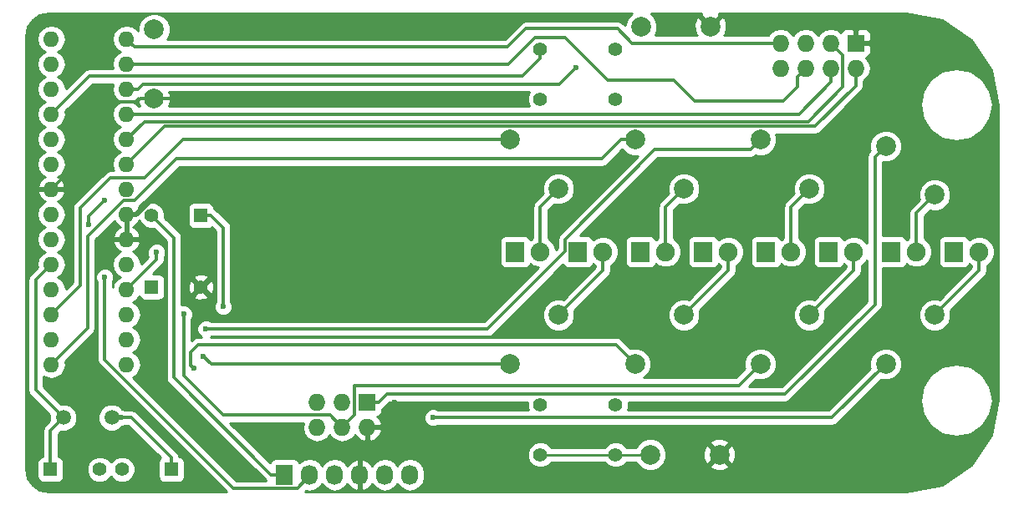
<source format=gbr>
G04 #@! TF.FileFunction,Copper,L1,Top,Signal*
%FSLAX46Y46*%
G04 Gerber Fmt 4.6, Leading zero omitted, Abs format (unit mm)*
G04 Created by KiCad (PCBNEW (2015-08-30 BZR 6134, Git 4e94d52)-product) date 10/20/2015 9:06:21 PM*
%MOMM*%
G01*
G04 APERTURE LIST*
%ADD10C,0.100000*%
%ADD11O,1.600000X1.600000*%
%ADD12R,1.900000X2.000000*%
%ADD13C,1.900000*%
%ADD14R,1.727200X1.727200*%
%ADD15O,1.727200X1.727200*%
%ADD16R,1.727200X2.032000*%
%ADD17O,1.727200X2.032000*%
%ADD18C,1.397000*%
%ADD19C,1.501140*%
%ADD20R,1.400000X1.400000*%
%ADD21C,1.400000*%
%ADD22C,1.998980*%
%ADD23C,0.600000*%
%ADD24C,0.300000*%
%ADD25C,0.500000*%
%ADD26C,0.250000*%
%ADD27C,0.254000*%
G04 APERTURE END LIST*
D10*
D11*
X53340000Y-53340000D03*
X53340000Y-55880000D03*
X53340000Y-58420000D03*
X53340000Y-60960000D03*
X53340000Y-63500000D03*
X53340000Y-66040000D03*
X53340000Y-68580000D03*
X53340000Y-71120000D03*
X53340000Y-73660000D03*
X53340000Y-76200000D03*
X53340000Y-78740000D03*
X53340000Y-81280000D03*
X53340000Y-83820000D03*
X53340000Y-86360000D03*
X60960000Y-86360000D03*
X60960000Y-83820000D03*
X60960000Y-81280000D03*
X60960000Y-78740000D03*
X60960000Y-76200000D03*
X60960000Y-73660000D03*
X60960000Y-71120000D03*
X60960000Y-68580000D03*
X60960000Y-66040000D03*
X60960000Y-63500000D03*
X60960000Y-60960000D03*
X60960000Y-58420000D03*
X60960000Y-55880000D03*
X60960000Y-53340000D03*
D12*
X100330000Y-74930000D03*
D13*
X102870000Y-74930000D03*
D12*
X106680000Y-74930000D03*
D13*
X109220000Y-74930000D03*
D12*
X113030000Y-74930000D03*
D13*
X115570000Y-74930000D03*
D12*
X119380000Y-74930000D03*
D13*
X121920000Y-74930000D03*
D12*
X125730000Y-74930000D03*
D13*
X128270000Y-74930000D03*
D12*
X132080000Y-74930000D03*
D13*
X134620000Y-74930000D03*
D12*
X138430000Y-74930000D03*
D13*
X140970000Y-74930000D03*
D12*
X144780000Y-74930000D03*
D13*
X147320000Y-74930000D03*
D14*
X85344000Y-90170000D03*
D15*
X85344000Y-92710000D03*
X82804000Y-90170000D03*
X82804000Y-92710000D03*
X80264000Y-90170000D03*
X80264000Y-92710000D03*
D16*
X76962000Y-97536000D03*
D17*
X79502000Y-97536000D03*
X82042000Y-97536000D03*
X84582000Y-97536000D03*
X87122000Y-97536000D03*
X89662000Y-97536000D03*
D18*
X110490000Y-54356000D03*
X110490000Y-59436000D03*
X102870000Y-54356000D03*
X102870000Y-59436000D03*
X102870000Y-95504000D03*
X102870000Y-90424000D03*
X110490000Y-95504000D03*
X110490000Y-90424000D03*
D19*
X59440940Y-91750000D03*
X54559060Y-91750000D03*
D20*
X63500000Y-78500000D03*
D21*
X68500000Y-78500000D03*
D20*
X68500000Y-71250000D03*
D21*
X63500000Y-71250000D03*
D20*
X65500000Y-97000000D03*
D21*
X60500000Y-97000000D03*
D20*
X53250000Y-97000000D03*
D21*
X58250000Y-97000000D03*
D22*
X104709874Y-68514874D03*
X99760126Y-63565126D03*
X104709874Y-81345126D03*
X99760126Y-86294874D03*
X117409874Y-68514874D03*
X112460126Y-63565126D03*
X117409874Y-81345126D03*
X112460126Y-86294874D03*
X130109874Y-68514874D03*
X125160126Y-63565126D03*
X130109874Y-81345126D03*
X125160126Y-86294874D03*
X142809874Y-69149874D03*
X137860126Y-64200126D03*
X142809874Y-81345126D03*
X137860126Y-86294874D03*
X63754000Y-59380000D03*
X63754000Y-52380000D03*
X113086000Y-52070000D03*
X120086000Y-52070000D03*
X114000000Y-95500000D03*
X121000000Y-95500000D03*
D14*
X134820000Y-53760000D03*
D15*
X134820000Y-56300000D03*
X132280000Y-53760000D03*
X132280000Y-56300000D03*
X129740000Y-53760000D03*
X129740000Y-56300000D03*
X127200000Y-53760000D03*
X127200000Y-56300000D03*
D23*
X57100000Y-72200000D03*
X58700000Y-69700000D03*
X80300000Y-80000000D03*
X88100000Y-90200000D03*
X114200000Y-67400000D03*
X109200000Y-67400000D03*
X109900000Y-80100000D03*
X96400000Y-78350010D03*
X68700000Y-59400000D03*
X69000000Y-67500000D03*
X94000000Y-68000000D03*
X93800000Y-59300000D03*
X70750000Y-80500000D03*
X58750000Y-77500000D03*
X68750000Y-85500000D03*
X67750000Y-86750000D03*
X69000000Y-82750000D03*
X66750000Y-81250000D03*
X64000000Y-75000000D03*
X92000000Y-91750000D03*
X106500000Y-56250000D03*
D24*
X58700000Y-69700000D02*
X57100000Y-71300000D01*
X57100000Y-71300000D02*
X57100000Y-72200000D01*
X57169999Y-57130001D02*
X54139999Y-60160001D01*
X54139999Y-60160001D02*
X53340000Y-60960000D01*
X102870000Y-55343828D02*
X101083827Y-57130001D01*
X101083827Y-57130001D02*
X57169999Y-57130001D01*
X102870000Y-54356000D02*
X102870000Y-55343828D01*
X87090000Y-92710000D02*
X88100000Y-91700000D01*
X88100000Y-91700000D02*
X88100000Y-90200000D01*
X85344000Y-92710000D02*
X87090000Y-92710000D01*
X98600000Y-66600000D02*
X108400000Y-66600000D01*
X108400000Y-66600000D02*
X109200000Y-67400000D01*
X97200000Y-68000000D02*
X98600000Y-66600000D01*
X94000000Y-68000000D02*
X97200000Y-68000000D01*
X94000000Y-68000000D02*
X94000000Y-75950010D01*
X94000000Y-75950010D02*
X96400000Y-78350010D01*
X63754000Y-59380000D02*
X62340508Y-59380000D01*
X62340508Y-59380000D02*
X62020508Y-59700000D01*
X62020508Y-59700000D02*
X57800000Y-59700000D01*
X57800000Y-59700000D02*
X55400000Y-62100000D01*
X55400000Y-62100000D02*
X55400000Y-66520000D01*
X55400000Y-66520000D02*
X53340000Y-68580000D01*
X63754000Y-59380000D02*
X68680000Y-59380000D01*
X68680000Y-59380000D02*
X68700000Y-59400000D01*
D25*
X60960000Y-71120000D02*
X61927998Y-71120000D01*
X65547998Y-67500000D02*
X68575736Y-67500000D01*
X61927998Y-71120000D02*
X65547998Y-67500000D01*
X68575736Y-67500000D02*
X69000000Y-67500000D01*
D24*
X70750000Y-80500000D02*
X70750000Y-72500000D01*
X70750000Y-72500000D02*
X69500000Y-71250000D01*
X69500000Y-71250000D02*
X68500000Y-71250000D01*
X65750000Y-87687600D02*
X65750000Y-73500000D01*
X65750000Y-73500000D02*
X63500000Y-71250000D01*
X76962000Y-97536000D02*
X75598400Y-97536000D01*
X75598400Y-97536000D02*
X65750000Y-87687600D01*
X65500000Y-97000000D02*
X65500000Y-95800000D01*
X65500000Y-95800000D02*
X61450000Y-91750000D01*
D25*
X60502406Y-91750000D02*
X59440940Y-91750000D01*
D24*
X61450000Y-91750000D02*
X60502406Y-91750000D01*
X51750000Y-77790000D02*
X51750000Y-88940940D01*
X51750000Y-88940940D02*
X54559060Y-91750000D01*
X53340000Y-76200000D02*
X51750000Y-77790000D01*
X53250000Y-97000000D02*
X53250000Y-93059060D01*
X53250000Y-93059060D02*
X54559060Y-91750000D01*
X102870000Y-74930000D02*
X102870000Y-70354748D01*
X102870000Y-70354748D02*
X104709874Y-68514874D01*
X109220000Y-74930000D02*
X109220000Y-76835000D01*
X109220000Y-76835000D02*
X104709874Y-81345126D01*
X115570000Y-74930000D02*
X115570000Y-70354748D01*
X115570000Y-70354748D02*
X117409874Y-68514874D01*
X121920000Y-74930000D02*
X121920000Y-76835000D01*
X121920000Y-76835000D02*
X117409874Y-81345126D01*
X128270000Y-74930000D02*
X128270000Y-70354748D01*
X128270000Y-70354748D02*
X130109874Y-68514874D01*
X134620000Y-74930000D02*
X134620000Y-76835000D01*
X134620000Y-76835000D02*
X130109874Y-81345126D01*
X140970000Y-74930000D02*
X140970000Y-70989748D01*
X140970000Y-70989748D02*
X142809874Y-69149874D01*
X147320000Y-74930000D02*
X147320000Y-76835000D01*
X147320000Y-76835000D02*
X142809874Y-81345126D01*
X72402001Y-98902001D02*
X71799999Y-98902001D01*
X71799999Y-98902001D02*
X58750000Y-85852002D01*
X58750000Y-85852002D02*
X58750000Y-77500000D01*
X79502000Y-97536000D02*
X79502000Y-97688400D01*
X79502000Y-97688400D02*
X78288399Y-98902001D01*
X78288399Y-98902001D02*
X72402001Y-98902001D01*
D26*
X110490000Y-95504000D02*
X102870000Y-95504000D01*
X114000000Y-95500000D02*
X110494000Y-95500000D01*
X110494000Y-95500000D02*
X110490000Y-95504000D01*
D24*
X56250000Y-70500000D02*
X56250000Y-78370000D01*
X56250000Y-78370000D02*
X53340000Y-81280000D01*
X59320001Y-67429999D02*
X56250000Y-70500000D01*
X66684874Y-63565126D02*
X62820001Y-67429999D01*
X62820001Y-67429999D02*
X59320001Y-67429999D01*
X99760126Y-63565126D02*
X66684874Y-63565126D01*
X99760126Y-86294874D02*
X69544874Y-86294874D01*
X69544874Y-86294874D02*
X68750000Y-85500000D01*
X57000000Y-73377998D02*
X57000000Y-82700000D01*
X57000000Y-82700000D02*
X53340000Y-86360000D01*
X61750000Y-69750000D02*
X60627998Y-69750000D01*
X60627998Y-69750000D02*
X57000000Y-73377998D01*
X66000000Y-65500000D02*
X61750000Y-69750000D01*
X109111760Y-65500000D02*
X66000000Y-65500000D01*
X112460126Y-63565126D02*
X111046634Y-63565126D01*
X111046634Y-63565126D02*
X109111760Y-65500000D01*
X111460637Y-85295385D02*
X112460126Y-86294874D01*
X110515240Y-84349988D02*
X111460637Y-85295385D01*
X67750000Y-86750000D02*
X67450001Y-86450001D01*
X68230888Y-84349988D02*
X110515240Y-84349988D01*
X67450001Y-86450001D02*
X67450001Y-85130875D01*
X67450001Y-85130875D02*
X68230888Y-84349988D01*
X115685385Y-64564615D02*
X114465383Y-64564615D01*
X114465383Y-64564615D02*
X105379999Y-73649999D01*
X105379999Y-73649999D02*
X105379999Y-74870001D01*
X105379999Y-74870001D02*
X97500000Y-82750000D01*
X97500000Y-82750000D02*
X69000000Y-82750000D01*
X125160126Y-63565126D02*
X124160637Y-64564615D01*
X124160637Y-64564615D02*
X115685385Y-64564615D01*
X70746399Y-91496399D02*
X66750000Y-87500000D01*
X66750000Y-87500000D02*
X66750000Y-81250000D01*
X82804000Y-92710000D02*
X81590399Y-91496399D01*
X81590399Y-91496399D02*
X70746399Y-91496399D01*
X83667599Y-91846401D02*
X82804000Y-92710000D01*
X84017601Y-91496399D02*
X83667599Y-91846401D01*
X84017601Y-88482399D02*
X84017601Y-91496399D01*
X122972601Y-88482399D02*
X84017601Y-88482399D01*
X125160126Y-86294874D02*
X122972601Y-88482399D01*
X64000000Y-75000000D02*
X64000000Y-75700000D01*
X64000000Y-75700000D02*
X60960000Y-78740000D01*
X136750000Y-80250000D02*
X136750000Y-65310252D01*
X136750000Y-65310252D02*
X137860126Y-64200126D01*
X127624501Y-89375499D02*
X136750000Y-80250000D01*
X86507600Y-90170000D02*
X87302101Y-89375499D01*
X85344000Y-90170000D02*
X86507600Y-90170000D01*
X87302101Y-89375499D02*
X127624501Y-89375499D01*
X137860126Y-86294874D02*
X132405000Y-91750000D01*
X132405000Y-91750000D02*
X92000000Y-91750000D01*
X134820000Y-56300000D02*
X134820000Y-58080000D01*
X134820000Y-58080000D02*
X130684365Y-62215635D01*
X130684365Y-62215635D02*
X64784365Y-62215635D01*
X64784365Y-62215635D02*
X60960000Y-66040000D01*
X60960000Y-63500000D02*
X62744376Y-61715624D01*
X62744376Y-61715624D02*
X129984376Y-61715624D01*
X133493601Y-58206399D02*
X133493601Y-54973601D01*
X129984376Y-61715624D02*
X133493601Y-58206399D01*
X133143599Y-54623599D02*
X132280000Y-53760000D01*
X133493601Y-54973601D02*
X133143599Y-54623599D01*
X132280000Y-57720000D02*
X129040000Y-60960000D01*
X129040000Y-60960000D02*
X110665782Y-60960000D01*
X132280000Y-56300000D02*
X132280000Y-57720000D01*
X60960000Y-60960000D02*
X110665782Y-60960000D01*
X60960000Y-58420000D02*
X62091370Y-58420000D01*
X62091370Y-58420000D02*
X62580861Y-57930509D01*
X62580861Y-57930509D02*
X104819491Y-57930509D01*
X104819491Y-57930509D02*
X106500000Y-56250000D01*
X109700000Y-57500000D02*
X116370752Y-57500000D01*
X116370752Y-57500000D02*
X118470752Y-59600000D01*
X105407499Y-53207499D02*
X109700000Y-57500000D01*
X102318719Y-53207499D02*
X105407499Y-53207499D01*
X128876401Y-58223599D02*
X128876401Y-57163599D01*
X128876401Y-57163599D02*
X129740000Y-56300000D01*
X128876401Y-58223599D02*
X127500000Y-59600000D01*
X127500000Y-59600000D02*
X118470752Y-59600000D01*
X102318719Y-53207499D02*
X99646218Y-55880000D01*
X99646218Y-55880000D02*
X60960000Y-55880000D01*
X112160000Y-53760000D02*
X110700000Y-52300000D01*
X110700000Y-52300000D02*
X101400000Y-52300000D01*
X127200000Y-53760000D02*
X112160000Y-53760000D01*
X99560001Y-54139999D02*
X101400000Y-52300000D01*
X60960000Y-53340000D02*
X61759999Y-54139999D01*
X61759999Y-54139999D02*
X99560001Y-54139999D01*
D27*
G36*
X119113443Y-50917837D02*
X120086000Y-51890395D01*
X121058557Y-50917837D01*
X120990988Y-50735000D01*
X139927610Y-50735000D01*
X143540052Y-51453560D01*
X146541163Y-53458837D01*
X148546440Y-56459949D01*
X149265000Y-60072390D01*
X149265000Y-89927610D01*
X148546440Y-93540051D01*
X146541163Y-96541163D01*
X143540052Y-98546440D01*
X139927610Y-99265000D01*
X79035558Y-99265000D01*
X79151026Y-99149532D01*
X79502000Y-99219345D01*
X80075489Y-99105271D01*
X80561670Y-98780415D01*
X80772000Y-98465634D01*
X80982330Y-98780415D01*
X81468511Y-99105271D01*
X82042000Y-99219345D01*
X82615489Y-99105271D01*
X83101670Y-98780415D01*
X83308461Y-98470931D01*
X83679964Y-98886732D01*
X84207209Y-99140709D01*
X84222974Y-99143358D01*
X84455000Y-99022217D01*
X84455000Y-97663000D01*
X84435000Y-97663000D01*
X84435000Y-97409000D01*
X84455000Y-97409000D01*
X84455000Y-96049783D01*
X84709000Y-96049783D01*
X84709000Y-97409000D01*
X84729000Y-97409000D01*
X84729000Y-97663000D01*
X84709000Y-97663000D01*
X84709000Y-99022217D01*
X84941026Y-99143358D01*
X84956791Y-99140709D01*
X85484036Y-98886732D01*
X85855539Y-98470931D01*
X86062330Y-98780415D01*
X86548511Y-99105271D01*
X87122000Y-99219345D01*
X87695489Y-99105271D01*
X88181670Y-98780415D01*
X88392000Y-98465634D01*
X88602330Y-98780415D01*
X89088511Y-99105271D01*
X89662000Y-99219345D01*
X90235489Y-99105271D01*
X90721670Y-98780415D01*
X91046526Y-98294234D01*
X91160600Y-97720745D01*
X91160600Y-97351255D01*
X91046526Y-96777766D01*
X90721670Y-96291585D01*
X90235489Y-95966729D01*
X89662000Y-95852655D01*
X89088511Y-95966729D01*
X88602330Y-96291585D01*
X88392000Y-96606366D01*
X88181670Y-96291585D01*
X87695489Y-95966729D01*
X87122000Y-95852655D01*
X86548511Y-95966729D01*
X86062330Y-96291585D01*
X85855539Y-96601069D01*
X85484036Y-96185268D01*
X84956791Y-95931291D01*
X84941026Y-95928642D01*
X84709000Y-96049783D01*
X84455000Y-96049783D01*
X84222974Y-95928642D01*
X84207209Y-95931291D01*
X83679964Y-96185268D01*
X83308461Y-96601069D01*
X83101670Y-96291585D01*
X82615489Y-95966729D01*
X82042000Y-95852655D01*
X81468511Y-95966729D01*
X80982330Y-96291585D01*
X80772000Y-96606366D01*
X80561670Y-96291585D01*
X80075489Y-95966729D01*
X79502000Y-95852655D01*
X78928511Y-95966729D01*
X78442330Y-96291585D01*
X78432757Y-96305913D01*
X78428762Y-96284683D01*
X78289690Y-96068559D01*
X78077490Y-95923569D01*
X77825600Y-95872560D01*
X76098400Y-95872560D01*
X75863083Y-95916838D01*
X75646959Y-96055910D01*
X75501969Y-96268110D01*
X75491646Y-96319088D01*
X74940644Y-95768086D01*
X101536269Y-95768086D01*
X101738854Y-96258380D01*
X102113647Y-96633827D01*
X102603587Y-96837268D01*
X103134086Y-96837731D01*
X103624380Y-96635146D01*
X103996174Y-96264000D01*
X109364464Y-96264000D01*
X109733647Y-96633827D01*
X110223587Y-96837268D01*
X110754086Y-96837731D01*
X111244380Y-96635146D01*
X111619827Y-96260353D01*
X111619974Y-96260000D01*
X112545504Y-96260000D01*
X112613538Y-96424655D01*
X113072927Y-96884846D01*
X113673453Y-97134206D01*
X114323694Y-97134774D01*
X114924655Y-96886462D01*
X115159363Y-96652163D01*
X120027443Y-96652163D01*
X120126042Y-96918965D01*
X120735582Y-97145401D01*
X121385377Y-97121341D01*
X121873958Y-96918965D01*
X121972557Y-96652163D01*
X121000000Y-95679605D01*
X120027443Y-96652163D01*
X115159363Y-96652163D01*
X115384846Y-96427073D01*
X115634206Y-95826547D01*
X115634722Y-95235582D01*
X119354599Y-95235582D01*
X119378659Y-95885377D01*
X119581035Y-96373958D01*
X119847837Y-96472557D01*
X120820395Y-95500000D01*
X121179605Y-95500000D01*
X122152163Y-96472557D01*
X122418965Y-96373958D01*
X122645401Y-95764418D01*
X122621341Y-95114623D01*
X122418965Y-94626042D01*
X122152163Y-94527443D01*
X121179605Y-95500000D01*
X120820395Y-95500000D01*
X119847837Y-94527443D01*
X119581035Y-94626042D01*
X119354599Y-95235582D01*
X115634722Y-95235582D01*
X115634774Y-95176306D01*
X115386462Y-94575345D01*
X115159351Y-94347837D01*
X120027443Y-94347837D01*
X121000000Y-95320395D01*
X121972557Y-94347837D01*
X121873958Y-94081035D01*
X121264418Y-93854599D01*
X120614623Y-93878659D01*
X120126042Y-94081035D01*
X120027443Y-94347837D01*
X115159351Y-94347837D01*
X114927073Y-94115154D01*
X114326547Y-93865794D01*
X113676306Y-93865226D01*
X113075345Y-94113538D01*
X112615154Y-94572927D01*
X112545779Y-94740000D01*
X111611543Y-94740000D01*
X111246353Y-94374173D01*
X110756413Y-94170732D01*
X110225914Y-94170269D01*
X109735620Y-94372854D01*
X109363826Y-94744000D01*
X103995536Y-94744000D01*
X103626353Y-94374173D01*
X103136413Y-94170732D01*
X102605914Y-94170269D01*
X102115620Y-94372854D01*
X101740173Y-94747647D01*
X101536732Y-95237587D01*
X101536269Y-95768086D01*
X74940644Y-95768086D01*
X71453957Y-92281399D01*
X78844814Y-92281399D01*
X78765400Y-92680641D01*
X78765400Y-92739359D01*
X78879474Y-93312848D01*
X79204330Y-93799029D01*
X79690511Y-94123885D01*
X80264000Y-94237959D01*
X80837489Y-94123885D01*
X81323670Y-93799029D01*
X81534000Y-93484248D01*
X81744330Y-93799029D01*
X82230511Y-94123885D01*
X82804000Y-94237959D01*
X83377489Y-94123885D01*
X83863670Y-93799029D01*
X84079664Y-93475772D01*
X84137179Y-93598490D01*
X84569053Y-93992688D01*
X84984974Y-94164958D01*
X85217000Y-94043817D01*
X85217000Y-92837000D01*
X85471000Y-92837000D01*
X85471000Y-94043817D01*
X85703026Y-94164958D01*
X86118947Y-93992688D01*
X86550821Y-93598490D01*
X86798968Y-93069027D01*
X86678469Y-92837000D01*
X85471000Y-92837000D01*
X85217000Y-92837000D01*
X85197000Y-92837000D01*
X85197000Y-92583000D01*
X85217000Y-92583000D01*
X85217000Y-92563000D01*
X85471000Y-92563000D01*
X85471000Y-92583000D01*
X86678469Y-92583000D01*
X86798968Y-92350973D01*
X86550821Y-91821510D01*
X86364567Y-91651505D01*
X86442917Y-91636762D01*
X86659041Y-91497690D01*
X86804031Y-91285490D01*
X86855040Y-91033600D01*
X86855040Y-90863819D01*
X87062679Y-90725079D01*
X87627259Y-90160499D01*
X101536729Y-90160499D01*
X101536269Y-90688086D01*
X101650687Y-90965000D01*
X92537506Y-90965000D01*
X92530327Y-90957808D01*
X92186799Y-90815162D01*
X91814833Y-90814838D01*
X91471057Y-90956883D01*
X91207808Y-91219673D01*
X91065162Y-91563201D01*
X91064838Y-91935167D01*
X91206883Y-92278943D01*
X91469673Y-92542192D01*
X91813201Y-92684838D01*
X92185167Y-92685162D01*
X92528943Y-92543117D01*
X92537074Y-92535000D01*
X132405000Y-92535000D01*
X132705407Y-92475245D01*
X132960079Y-92305079D01*
X135265158Y-90000000D01*
X141315000Y-90000000D01*
X141595504Y-91410188D01*
X142394312Y-92605688D01*
X143589812Y-93404496D01*
X145000000Y-93685000D01*
X146410188Y-93404496D01*
X147605688Y-92605688D01*
X148404496Y-91410188D01*
X148685000Y-90000000D01*
X148404496Y-88589812D01*
X147605688Y-87394312D01*
X146410188Y-86595504D01*
X145000000Y-86315000D01*
X143589812Y-86595504D01*
X142394312Y-87394312D01*
X141595504Y-88589812D01*
X141315000Y-90000000D01*
X135265158Y-90000000D01*
X137394026Y-87871132D01*
X137533579Y-87929080D01*
X138183820Y-87929648D01*
X138784781Y-87681336D01*
X139244972Y-87221947D01*
X139494332Y-86621421D01*
X139494900Y-85971180D01*
X139246588Y-85370219D01*
X138787199Y-84910028D01*
X138186673Y-84660668D01*
X137536432Y-84660100D01*
X136935471Y-84908412D01*
X136475280Y-85367801D01*
X136225920Y-85968327D01*
X136225352Y-86618568D01*
X136284098Y-86760744D01*
X132079842Y-90965000D01*
X111709249Y-90965000D01*
X111823268Y-90690413D01*
X111823730Y-90160499D01*
X127624501Y-90160499D01*
X127924908Y-90100744D01*
X128179580Y-89930578D01*
X136441338Y-81668820D01*
X141175100Y-81668820D01*
X141423412Y-82269781D01*
X141882801Y-82729972D01*
X142483327Y-82979332D01*
X143133568Y-82979900D01*
X143734529Y-82731588D01*
X144194720Y-82272199D01*
X144444080Y-81671673D01*
X144444648Y-81021432D01*
X144385902Y-80879256D01*
X147875079Y-77390079D01*
X148045245Y-77135407D01*
X148105000Y-76835000D01*
X148105000Y-76320617D01*
X148216657Y-76274481D01*
X148662914Y-75829003D01*
X148904724Y-75246659D01*
X148905275Y-74616107D01*
X148664481Y-74033343D01*
X148219003Y-73587086D01*
X147636659Y-73345276D01*
X147006107Y-73344725D01*
X146423343Y-73585519D01*
X146325663Y-73683029D01*
X146194090Y-73478559D01*
X145981890Y-73333569D01*
X145730000Y-73282560D01*
X143830000Y-73282560D01*
X143594683Y-73326838D01*
X143378559Y-73465910D01*
X143233569Y-73678110D01*
X143182560Y-73930000D01*
X143182560Y-75930000D01*
X143226838Y-76165317D01*
X143365910Y-76381441D01*
X143578110Y-76526431D01*
X143830000Y-76577440D01*
X145730000Y-76577440D01*
X145965317Y-76533162D01*
X146181441Y-76394090D01*
X146326431Y-76181890D01*
X146327055Y-76178808D01*
X146420997Y-76272914D01*
X146535000Y-76320252D01*
X146535000Y-76509842D01*
X143275974Y-79768868D01*
X143136421Y-79710920D01*
X142486180Y-79710352D01*
X141885219Y-79958664D01*
X141425028Y-80418053D01*
X141175668Y-81018579D01*
X141175100Y-81668820D01*
X136441338Y-81668820D01*
X137305079Y-80805079D01*
X137315123Y-80790047D01*
X137475245Y-80550406D01*
X137535000Y-80250000D01*
X137535000Y-76577440D01*
X139380000Y-76577440D01*
X139615317Y-76533162D01*
X139831441Y-76394090D01*
X139976431Y-76181890D01*
X139977055Y-76178808D01*
X140070997Y-76272914D01*
X140653341Y-76514724D01*
X141283893Y-76515275D01*
X141866657Y-76274481D01*
X142312914Y-75829003D01*
X142554724Y-75246659D01*
X142555275Y-74616107D01*
X142314481Y-74033343D01*
X141869003Y-73587086D01*
X141755000Y-73539748D01*
X141755000Y-71314906D01*
X142343774Y-70726132D01*
X142483327Y-70784080D01*
X143133568Y-70784648D01*
X143734529Y-70536336D01*
X144194720Y-70076947D01*
X144444080Y-69476421D01*
X144444648Y-68826180D01*
X144196336Y-68225219D01*
X143736947Y-67765028D01*
X143136421Y-67515668D01*
X142486180Y-67515100D01*
X141885219Y-67763412D01*
X141425028Y-68222801D01*
X141175668Y-68823327D01*
X141175100Y-69473568D01*
X141233846Y-69615744D01*
X140414921Y-70434669D01*
X140244755Y-70689341D01*
X140200897Y-70909827D01*
X140185000Y-70989748D01*
X140185000Y-73539383D01*
X140073343Y-73585519D01*
X139975663Y-73683029D01*
X139844090Y-73478559D01*
X139631890Y-73333569D01*
X139380000Y-73282560D01*
X137535000Y-73282560D01*
X137535000Y-65834333D01*
X138183820Y-65834900D01*
X138784781Y-65586588D01*
X139244972Y-65127199D01*
X139494332Y-64526673D01*
X139494900Y-63876432D01*
X139246588Y-63275471D01*
X138787199Y-62815280D01*
X138186673Y-62565920D01*
X137536432Y-62565352D01*
X136935471Y-62813664D01*
X136475280Y-63273053D01*
X136225920Y-63873579D01*
X136225352Y-64523820D01*
X136284098Y-64665996D01*
X136194921Y-64755173D01*
X136024755Y-65009845D01*
X135969056Y-65289860D01*
X135965000Y-65310252D01*
X135965000Y-74034599D01*
X135964481Y-74033343D01*
X135519003Y-73587086D01*
X134936659Y-73345276D01*
X134306107Y-73344725D01*
X133723343Y-73585519D01*
X133625663Y-73683029D01*
X133494090Y-73478559D01*
X133281890Y-73333569D01*
X133030000Y-73282560D01*
X131130000Y-73282560D01*
X130894683Y-73326838D01*
X130678559Y-73465910D01*
X130533569Y-73678110D01*
X130482560Y-73930000D01*
X130482560Y-75930000D01*
X130526838Y-76165317D01*
X130665910Y-76381441D01*
X130878110Y-76526431D01*
X131130000Y-76577440D01*
X133030000Y-76577440D01*
X133265317Y-76533162D01*
X133481441Y-76394090D01*
X133626431Y-76181890D01*
X133627055Y-76178808D01*
X133720997Y-76272914D01*
X133835000Y-76320252D01*
X133835000Y-76509842D01*
X130575974Y-79768868D01*
X130436421Y-79710920D01*
X129786180Y-79710352D01*
X129185219Y-79958664D01*
X128725028Y-80418053D01*
X128475668Y-81018579D01*
X128475100Y-81668820D01*
X128723412Y-82269781D01*
X129182801Y-82729972D01*
X129783327Y-82979332D01*
X130433568Y-82979900D01*
X131034529Y-82731588D01*
X131494720Y-82272199D01*
X131744080Y-81671673D01*
X131744648Y-81021432D01*
X131685902Y-80879256D01*
X135175079Y-77390079D01*
X135345245Y-77135407D01*
X135405000Y-76835000D01*
X135405000Y-76320617D01*
X135516657Y-76274481D01*
X135962914Y-75829003D01*
X135965000Y-75823979D01*
X135965000Y-79924842D01*
X127299343Y-88590499D01*
X123974659Y-88590499D01*
X124694025Y-87871132D01*
X124833579Y-87929080D01*
X125483820Y-87929648D01*
X126084781Y-87681336D01*
X126544972Y-87221947D01*
X126794332Y-86621421D01*
X126794900Y-85971180D01*
X126546588Y-85370219D01*
X126087199Y-84910028D01*
X125486673Y-84660668D01*
X124836432Y-84660100D01*
X124235471Y-84908412D01*
X123775280Y-85367801D01*
X123525920Y-85968327D01*
X123525352Y-86618568D01*
X123584098Y-86760744D01*
X122647443Y-87697399D01*
X113345906Y-87697399D01*
X113384781Y-87681336D01*
X113844972Y-87221947D01*
X114094332Y-86621421D01*
X114094900Y-85971180D01*
X113846588Y-85370219D01*
X113387199Y-84910028D01*
X112786673Y-84660668D01*
X112136432Y-84660100D01*
X111994256Y-84718846D01*
X111070319Y-83794909D01*
X110815647Y-83624743D01*
X110515240Y-83564988D01*
X69476011Y-83564988D01*
X69528943Y-83543117D01*
X69537074Y-83535000D01*
X97500000Y-83535000D01*
X97800407Y-83475245D01*
X98055079Y-83305079D01*
X105153463Y-76206694D01*
X105265910Y-76381441D01*
X105478110Y-76526431D01*
X105730000Y-76577440D01*
X107630000Y-76577440D01*
X107865317Y-76533162D01*
X108081441Y-76394090D01*
X108226431Y-76181890D01*
X108227055Y-76178808D01*
X108320997Y-76272914D01*
X108435000Y-76320252D01*
X108435000Y-76509842D01*
X105175974Y-79768868D01*
X105036421Y-79710920D01*
X104386180Y-79710352D01*
X103785219Y-79958664D01*
X103325028Y-80418053D01*
X103075668Y-81018579D01*
X103075100Y-81668820D01*
X103323412Y-82269781D01*
X103782801Y-82729972D01*
X104383327Y-82979332D01*
X105033568Y-82979900D01*
X105634529Y-82731588D01*
X106094720Y-82272199D01*
X106344080Y-81671673D01*
X106344082Y-81668820D01*
X115775100Y-81668820D01*
X116023412Y-82269781D01*
X116482801Y-82729972D01*
X117083327Y-82979332D01*
X117733568Y-82979900D01*
X118334529Y-82731588D01*
X118794720Y-82272199D01*
X119044080Y-81671673D01*
X119044648Y-81021432D01*
X118985902Y-80879256D01*
X122475079Y-77390079D01*
X122645245Y-77135407D01*
X122705000Y-76835000D01*
X122705000Y-76320617D01*
X122816657Y-76274481D01*
X123262914Y-75829003D01*
X123504724Y-75246659D01*
X123505275Y-74616107D01*
X123264481Y-74033343D01*
X123161319Y-73930000D01*
X124132560Y-73930000D01*
X124132560Y-75930000D01*
X124176838Y-76165317D01*
X124315910Y-76381441D01*
X124528110Y-76526431D01*
X124780000Y-76577440D01*
X126680000Y-76577440D01*
X126915317Y-76533162D01*
X127131441Y-76394090D01*
X127276431Y-76181890D01*
X127277055Y-76178808D01*
X127370997Y-76272914D01*
X127953341Y-76514724D01*
X128583893Y-76515275D01*
X129166657Y-76274481D01*
X129612914Y-75829003D01*
X129854724Y-75246659D01*
X129855275Y-74616107D01*
X129614481Y-74033343D01*
X129169003Y-73587086D01*
X129055000Y-73539748D01*
X129055000Y-70679906D01*
X129643774Y-70091132D01*
X129783327Y-70149080D01*
X130433568Y-70149648D01*
X131034529Y-69901336D01*
X131494720Y-69441947D01*
X131744080Y-68841421D01*
X131744648Y-68191180D01*
X131496336Y-67590219D01*
X131036947Y-67130028D01*
X130436421Y-66880668D01*
X129786180Y-66880100D01*
X129185219Y-67128412D01*
X128725028Y-67587801D01*
X128475668Y-68188327D01*
X128475100Y-68838568D01*
X128533846Y-68980744D01*
X127714921Y-69799669D01*
X127544755Y-70054341D01*
X127515862Y-70199594D01*
X127485000Y-70354748D01*
X127485000Y-73539383D01*
X127373343Y-73585519D01*
X127275663Y-73683029D01*
X127144090Y-73478559D01*
X126931890Y-73333569D01*
X126680000Y-73282560D01*
X124780000Y-73282560D01*
X124544683Y-73326838D01*
X124328559Y-73465910D01*
X124183569Y-73678110D01*
X124132560Y-73930000D01*
X123161319Y-73930000D01*
X122819003Y-73587086D01*
X122236659Y-73345276D01*
X121606107Y-73344725D01*
X121023343Y-73585519D01*
X120925663Y-73683029D01*
X120794090Y-73478559D01*
X120581890Y-73333569D01*
X120330000Y-73282560D01*
X118430000Y-73282560D01*
X118194683Y-73326838D01*
X117978559Y-73465910D01*
X117833569Y-73678110D01*
X117782560Y-73930000D01*
X117782560Y-75930000D01*
X117826838Y-76165317D01*
X117965910Y-76381441D01*
X118178110Y-76526431D01*
X118430000Y-76577440D01*
X120330000Y-76577440D01*
X120565317Y-76533162D01*
X120781441Y-76394090D01*
X120926431Y-76181890D01*
X120927055Y-76178808D01*
X121020997Y-76272914D01*
X121135000Y-76320252D01*
X121135000Y-76509842D01*
X117875974Y-79768868D01*
X117736421Y-79710920D01*
X117086180Y-79710352D01*
X116485219Y-79958664D01*
X116025028Y-80418053D01*
X115775668Y-81018579D01*
X115775100Y-81668820D01*
X106344082Y-81668820D01*
X106344648Y-81021432D01*
X106285902Y-80879256D01*
X109775079Y-77390079D01*
X109945245Y-77135407D01*
X110005000Y-76835000D01*
X110005000Y-76320617D01*
X110116657Y-76274481D01*
X110562914Y-75829003D01*
X110804724Y-75246659D01*
X110805275Y-74616107D01*
X110564481Y-74033343D01*
X110461319Y-73930000D01*
X111432560Y-73930000D01*
X111432560Y-75930000D01*
X111476838Y-76165317D01*
X111615910Y-76381441D01*
X111828110Y-76526431D01*
X112080000Y-76577440D01*
X113980000Y-76577440D01*
X114215317Y-76533162D01*
X114431441Y-76394090D01*
X114576431Y-76181890D01*
X114577055Y-76178808D01*
X114670997Y-76272914D01*
X115253341Y-76514724D01*
X115883893Y-76515275D01*
X116466657Y-76274481D01*
X116912914Y-75829003D01*
X117154724Y-75246659D01*
X117155275Y-74616107D01*
X116914481Y-74033343D01*
X116469003Y-73587086D01*
X116355000Y-73539748D01*
X116355000Y-70679906D01*
X116943774Y-70091132D01*
X117083327Y-70149080D01*
X117733568Y-70149648D01*
X118334529Y-69901336D01*
X118794720Y-69441947D01*
X119044080Y-68841421D01*
X119044648Y-68191180D01*
X118796336Y-67590219D01*
X118336947Y-67130028D01*
X117736421Y-66880668D01*
X117086180Y-66880100D01*
X116485219Y-67128412D01*
X116025028Y-67587801D01*
X115775668Y-68188327D01*
X115775100Y-68838568D01*
X115833846Y-68980744D01*
X115014921Y-69799669D01*
X114844755Y-70054341D01*
X114815862Y-70199594D01*
X114785000Y-70354748D01*
X114785000Y-73539383D01*
X114673343Y-73585519D01*
X114575663Y-73683029D01*
X114444090Y-73478559D01*
X114231890Y-73333569D01*
X113980000Y-73282560D01*
X112080000Y-73282560D01*
X111844683Y-73326838D01*
X111628559Y-73465910D01*
X111483569Y-73678110D01*
X111432560Y-73930000D01*
X110461319Y-73930000D01*
X110119003Y-73587086D01*
X109536659Y-73345276D01*
X108906107Y-73344725D01*
X108323343Y-73585519D01*
X108225663Y-73683029D01*
X108094090Y-73478559D01*
X107881890Y-73333569D01*
X107630000Y-73282560D01*
X106857596Y-73282560D01*
X114790541Y-65349615D01*
X124160637Y-65349615D01*
X124461044Y-65289860D01*
X124687382Y-65138626D01*
X124833579Y-65199332D01*
X125483820Y-65199900D01*
X126084781Y-64951588D01*
X126544972Y-64492199D01*
X126794332Y-63891673D01*
X126794900Y-63241432D01*
X126695405Y-63000635D01*
X130684365Y-63000635D01*
X130984772Y-62940880D01*
X131239444Y-62770714D01*
X134010158Y-60000000D01*
X141315000Y-60000000D01*
X141595504Y-61410188D01*
X142394312Y-62605688D01*
X143589812Y-63404496D01*
X145000000Y-63685000D01*
X146410188Y-63404496D01*
X147605688Y-62605688D01*
X148404496Y-61410188D01*
X148685000Y-60000000D01*
X148404496Y-58589812D01*
X147605688Y-57394312D01*
X146410188Y-56595504D01*
X145000000Y-56315000D01*
X143589812Y-56595504D01*
X142394312Y-57394312D01*
X141595504Y-58589812D01*
X141315000Y-60000000D01*
X134010158Y-60000000D01*
X135375079Y-58635079D01*
X135545245Y-58380407D01*
X135605000Y-58080000D01*
X135605000Y-57572558D01*
X135879670Y-57389029D01*
X136204526Y-56902848D01*
X136318600Y-56329359D01*
X136318600Y-56270641D01*
X136204526Y-55697152D01*
X135889474Y-55225644D01*
X136043299Y-55161927D01*
X136221927Y-54983298D01*
X136318600Y-54749909D01*
X136318600Y-54045750D01*
X136159850Y-53887000D01*
X134947000Y-53887000D01*
X134947000Y-53907000D01*
X134693000Y-53907000D01*
X134693000Y-53887000D01*
X134673000Y-53887000D01*
X134673000Y-53633000D01*
X134693000Y-53633000D01*
X134693000Y-52420150D01*
X134947000Y-52420150D01*
X134947000Y-53633000D01*
X136159850Y-53633000D01*
X136318600Y-53474250D01*
X136318600Y-52770091D01*
X136221927Y-52536702D01*
X136043299Y-52358073D01*
X135809910Y-52261400D01*
X135105750Y-52261400D01*
X134947000Y-52420150D01*
X134693000Y-52420150D01*
X134534250Y-52261400D01*
X133830090Y-52261400D01*
X133596701Y-52358073D01*
X133418073Y-52536702D01*
X133353737Y-52692023D01*
X133339670Y-52670971D01*
X132853489Y-52346115D01*
X132280000Y-52232041D01*
X131706511Y-52346115D01*
X131220330Y-52670971D01*
X131010000Y-52985752D01*
X130799670Y-52670971D01*
X130313489Y-52346115D01*
X129740000Y-52232041D01*
X129166511Y-52346115D01*
X128680330Y-52670971D01*
X128470000Y-52985752D01*
X128259670Y-52670971D01*
X127773489Y-52346115D01*
X127200000Y-52232041D01*
X126626511Y-52346115D01*
X126140330Y-52670971D01*
X125937184Y-52975000D01*
X121420968Y-52975000D01*
X121504965Y-52943958D01*
X121731401Y-52334418D01*
X121707341Y-51684623D01*
X121504965Y-51196042D01*
X121238163Y-51097443D01*
X120265605Y-52070000D01*
X120279748Y-52084142D01*
X120100142Y-52263748D01*
X120086000Y-52249605D01*
X120071858Y-52263748D01*
X119892252Y-52084142D01*
X119906395Y-52070000D01*
X118933837Y-51097443D01*
X118667035Y-51196042D01*
X118440599Y-51805582D01*
X118464659Y-52455377D01*
X118667035Y-52943958D01*
X118751032Y-52975000D01*
X114480012Y-52975000D01*
X114720206Y-52396547D01*
X114720774Y-51746306D01*
X114472462Y-51145345D01*
X114062832Y-50735000D01*
X119181012Y-50735000D01*
X119113443Y-50917837D01*
X119113443Y-50917837D01*
G37*
X119113443Y-50917837D02*
X120086000Y-51890395D01*
X121058557Y-50917837D01*
X120990988Y-50735000D01*
X139927610Y-50735000D01*
X143540052Y-51453560D01*
X146541163Y-53458837D01*
X148546440Y-56459949D01*
X149265000Y-60072390D01*
X149265000Y-89927610D01*
X148546440Y-93540051D01*
X146541163Y-96541163D01*
X143540052Y-98546440D01*
X139927610Y-99265000D01*
X79035558Y-99265000D01*
X79151026Y-99149532D01*
X79502000Y-99219345D01*
X80075489Y-99105271D01*
X80561670Y-98780415D01*
X80772000Y-98465634D01*
X80982330Y-98780415D01*
X81468511Y-99105271D01*
X82042000Y-99219345D01*
X82615489Y-99105271D01*
X83101670Y-98780415D01*
X83308461Y-98470931D01*
X83679964Y-98886732D01*
X84207209Y-99140709D01*
X84222974Y-99143358D01*
X84455000Y-99022217D01*
X84455000Y-97663000D01*
X84435000Y-97663000D01*
X84435000Y-97409000D01*
X84455000Y-97409000D01*
X84455000Y-96049783D01*
X84709000Y-96049783D01*
X84709000Y-97409000D01*
X84729000Y-97409000D01*
X84729000Y-97663000D01*
X84709000Y-97663000D01*
X84709000Y-99022217D01*
X84941026Y-99143358D01*
X84956791Y-99140709D01*
X85484036Y-98886732D01*
X85855539Y-98470931D01*
X86062330Y-98780415D01*
X86548511Y-99105271D01*
X87122000Y-99219345D01*
X87695489Y-99105271D01*
X88181670Y-98780415D01*
X88392000Y-98465634D01*
X88602330Y-98780415D01*
X89088511Y-99105271D01*
X89662000Y-99219345D01*
X90235489Y-99105271D01*
X90721670Y-98780415D01*
X91046526Y-98294234D01*
X91160600Y-97720745D01*
X91160600Y-97351255D01*
X91046526Y-96777766D01*
X90721670Y-96291585D01*
X90235489Y-95966729D01*
X89662000Y-95852655D01*
X89088511Y-95966729D01*
X88602330Y-96291585D01*
X88392000Y-96606366D01*
X88181670Y-96291585D01*
X87695489Y-95966729D01*
X87122000Y-95852655D01*
X86548511Y-95966729D01*
X86062330Y-96291585D01*
X85855539Y-96601069D01*
X85484036Y-96185268D01*
X84956791Y-95931291D01*
X84941026Y-95928642D01*
X84709000Y-96049783D01*
X84455000Y-96049783D01*
X84222974Y-95928642D01*
X84207209Y-95931291D01*
X83679964Y-96185268D01*
X83308461Y-96601069D01*
X83101670Y-96291585D01*
X82615489Y-95966729D01*
X82042000Y-95852655D01*
X81468511Y-95966729D01*
X80982330Y-96291585D01*
X80772000Y-96606366D01*
X80561670Y-96291585D01*
X80075489Y-95966729D01*
X79502000Y-95852655D01*
X78928511Y-95966729D01*
X78442330Y-96291585D01*
X78432757Y-96305913D01*
X78428762Y-96284683D01*
X78289690Y-96068559D01*
X78077490Y-95923569D01*
X77825600Y-95872560D01*
X76098400Y-95872560D01*
X75863083Y-95916838D01*
X75646959Y-96055910D01*
X75501969Y-96268110D01*
X75491646Y-96319088D01*
X74940644Y-95768086D01*
X101536269Y-95768086D01*
X101738854Y-96258380D01*
X102113647Y-96633827D01*
X102603587Y-96837268D01*
X103134086Y-96837731D01*
X103624380Y-96635146D01*
X103996174Y-96264000D01*
X109364464Y-96264000D01*
X109733647Y-96633827D01*
X110223587Y-96837268D01*
X110754086Y-96837731D01*
X111244380Y-96635146D01*
X111619827Y-96260353D01*
X111619974Y-96260000D01*
X112545504Y-96260000D01*
X112613538Y-96424655D01*
X113072927Y-96884846D01*
X113673453Y-97134206D01*
X114323694Y-97134774D01*
X114924655Y-96886462D01*
X115159363Y-96652163D01*
X120027443Y-96652163D01*
X120126042Y-96918965D01*
X120735582Y-97145401D01*
X121385377Y-97121341D01*
X121873958Y-96918965D01*
X121972557Y-96652163D01*
X121000000Y-95679605D01*
X120027443Y-96652163D01*
X115159363Y-96652163D01*
X115384846Y-96427073D01*
X115634206Y-95826547D01*
X115634722Y-95235582D01*
X119354599Y-95235582D01*
X119378659Y-95885377D01*
X119581035Y-96373958D01*
X119847837Y-96472557D01*
X120820395Y-95500000D01*
X121179605Y-95500000D01*
X122152163Y-96472557D01*
X122418965Y-96373958D01*
X122645401Y-95764418D01*
X122621341Y-95114623D01*
X122418965Y-94626042D01*
X122152163Y-94527443D01*
X121179605Y-95500000D01*
X120820395Y-95500000D01*
X119847837Y-94527443D01*
X119581035Y-94626042D01*
X119354599Y-95235582D01*
X115634722Y-95235582D01*
X115634774Y-95176306D01*
X115386462Y-94575345D01*
X115159351Y-94347837D01*
X120027443Y-94347837D01*
X121000000Y-95320395D01*
X121972557Y-94347837D01*
X121873958Y-94081035D01*
X121264418Y-93854599D01*
X120614623Y-93878659D01*
X120126042Y-94081035D01*
X120027443Y-94347837D01*
X115159351Y-94347837D01*
X114927073Y-94115154D01*
X114326547Y-93865794D01*
X113676306Y-93865226D01*
X113075345Y-94113538D01*
X112615154Y-94572927D01*
X112545779Y-94740000D01*
X111611543Y-94740000D01*
X111246353Y-94374173D01*
X110756413Y-94170732D01*
X110225914Y-94170269D01*
X109735620Y-94372854D01*
X109363826Y-94744000D01*
X103995536Y-94744000D01*
X103626353Y-94374173D01*
X103136413Y-94170732D01*
X102605914Y-94170269D01*
X102115620Y-94372854D01*
X101740173Y-94747647D01*
X101536732Y-95237587D01*
X101536269Y-95768086D01*
X74940644Y-95768086D01*
X71453957Y-92281399D01*
X78844814Y-92281399D01*
X78765400Y-92680641D01*
X78765400Y-92739359D01*
X78879474Y-93312848D01*
X79204330Y-93799029D01*
X79690511Y-94123885D01*
X80264000Y-94237959D01*
X80837489Y-94123885D01*
X81323670Y-93799029D01*
X81534000Y-93484248D01*
X81744330Y-93799029D01*
X82230511Y-94123885D01*
X82804000Y-94237959D01*
X83377489Y-94123885D01*
X83863670Y-93799029D01*
X84079664Y-93475772D01*
X84137179Y-93598490D01*
X84569053Y-93992688D01*
X84984974Y-94164958D01*
X85217000Y-94043817D01*
X85217000Y-92837000D01*
X85471000Y-92837000D01*
X85471000Y-94043817D01*
X85703026Y-94164958D01*
X86118947Y-93992688D01*
X86550821Y-93598490D01*
X86798968Y-93069027D01*
X86678469Y-92837000D01*
X85471000Y-92837000D01*
X85217000Y-92837000D01*
X85197000Y-92837000D01*
X85197000Y-92583000D01*
X85217000Y-92583000D01*
X85217000Y-92563000D01*
X85471000Y-92563000D01*
X85471000Y-92583000D01*
X86678469Y-92583000D01*
X86798968Y-92350973D01*
X86550821Y-91821510D01*
X86364567Y-91651505D01*
X86442917Y-91636762D01*
X86659041Y-91497690D01*
X86804031Y-91285490D01*
X86855040Y-91033600D01*
X86855040Y-90863819D01*
X87062679Y-90725079D01*
X87627259Y-90160499D01*
X101536729Y-90160499D01*
X101536269Y-90688086D01*
X101650687Y-90965000D01*
X92537506Y-90965000D01*
X92530327Y-90957808D01*
X92186799Y-90815162D01*
X91814833Y-90814838D01*
X91471057Y-90956883D01*
X91207808Y-91219673D01*
X91065162Y-91563201D01*
X91064838Y-91935167D01*
X91206883Y-92278943D01*
X91469673Y-92542192D01*
X91813201Y-92684838D01*
X92185167Y-92685162D01*
X92528943Y-92543117D01*
X92537074Y-92535000D01*
X132405000Y-92535000D01*
X132705407Y-92475245D01*
X132960079Y-92305079D01*
X135265158Y-90000000D01*
X141315000Y-90000000D01*
X141595504Y-91410188D01*
X142394312Y-92605688D01*
X143589812Y-93404496D01*
X145000000Y-93685000D01*
X146410188Y-93404496D01*
X147605688Y-92605688D01*
X148404496Y-91410188D01*
X148685000Y-90000000D01*
X148404496Y-88589812D01*
X147605688Y-87394312D01*
X146410188Y-86595504D01*
X145000000Y-86315000D01*
X143589812Y-86595504D01*
X142394312Y-87394312D01*
X141595504Y-88589812D01*
X141315000Y-90000000D01*
X135265158Y-90000000D01*
X137394026Y-87871132D01*
X137533579Y-87929080D01*
X138183820Y-87929648D01*
X138784781Y-87681336D01*
X139244972Y-87221947D01*
X139494332Y-86621421D01*
X139494900Y-85971180D01*
X139246588Y-85370219D01*
X138787199Y-84910028D01*
X138186673Y-84660668D01*
X137536432Y-84660100D01*
X136935471Y-84908412D01*
X136475280Y-85367801D01*
X136225920Y-85968327D01*
X136225352Y-86618568D01*
X136284098Y-86760744D01*
X132079842Y-90965000D01*
X111709249Y-90965000D01*
X111823268Y-90690413D01*
X111823730Y-90160499D01*
X127624501Y-90160499D01*
X127924908Y-90100744D01*
X128179580Y-89930578D01*
X136441338Y-81668820D01*
X141175100Y-81668820D01*
X141423412Y-82269781D01*
X141882801Y-82729972D01*
X142483327Y-82979332D01*
X143133568Y-82979900D01*
X143734529Y-82731588D01*
X144194720Y-82272199D01*
X144444080Y-81671673D01*
X144444648Y-81021432D01*
X144385902Y-80879256D01*
X147875079Y-77390079D01*
X148045245Y-77135407D01*
X148105000Y-76835000D01*
X148105000Y-76320617D01*
X148216657Y-76274481D01*
X148662914Y-75829003D01*
X148904724Y-75246659D01*
X148905275Y-74616107D01*
X148664481Y-74033343D01*
X148219003Y-73587086D01*
X147636659Y-73345276D01*
X147006107Y-73344725D01*
X146423343Y-73585519D01*
X146325663Y-73683029D01*
X146194090Y-73478559D01*
X145981890Y-73333569D01*
X145730000Y-73282560D01*
X143830000Y-73282560D01*
X143594683Y-73326838D01*
X143378559Y-73465910D01*
X143233569Y-73678110D01*
X143182560Y-73930000D01*
X143182560Y-75930000D01*
X143226838Y-76165317D01*
X143365910Y-76381441D01*
X143578110Y-76526431D01*
X143830000Y-76577440D01*
X145730000Y-76577440D01*
X145965317Y-76533162D01*
X146181441Y-76394090D01*
X146326431Y-76181890D01*
X146327055Y-76178808D01*
X146420997Y-76272914D01*
X146535000Y-76320252D01*
X146535000Y-76509842D01*
X143275974Y-79768868D01*
X143136421Y-79710920D01*
X142486180Y-79710352D01*
X141885219Y-79958664D01*
X141425028Y-80418053D01*
X141175668Y-81018579D01*
X141175100Y-81668820D01*
X136441338Y-81668820D01*
X137305079Y-80805079D01*
X137315123Y-80790047D01*
X137475245Y-80550406D01*
X137535000Y-80250000D01*
X137535000Y-76577440D01*
X139380000Y-76577440D01*
X139615317Y-76533162D01*
X139831441Y-76394090D01*
X139976431Y-76181890D01*
X139977055Y-76178808D01*
X140070997Y-76272914D01*
X140653341Y-76514724D01*
X141283893Y-76515275D01*
X141866657Y-76274481D01*
X142312914Y-75829003D01*
X142554724Y-75246659D01*
X142555275Y-74616107D01*
X142314481Y-74033343D01*
X141869003Y-73587086D01*
X141755000Y-73539748D01*
X141755000Y-71314906D01*
X142343774Y-70726132D01*
X142483327Y-70784080D01*
X143133568Y-70784648D01*
X143734529Y-70536336D01*
X144194720Y-70076947D01*
X144444080Y-69476421D01*
X144444648Y-68826180D01*
X144196336Y-68225219D01*
X143736947Y-67765028D01*
X143136421Y-67515668D01*
X142486180Y-67515100D01*
X141885219Y-67763412D01*
X141425028Y-68222801D01*
X141175668Y-68823327D01*
X141175100Y-69473568D01*
X141233846Y-69615744D01*
X140414921Y-70434669D01*
X140244755Y-70689341D01*
X140200897Y-70909827D01*
X140185000Y-70989748D01*
X140185000Y-73539383D01*
X140073343Y-73585519D01*
X139975663Y-73683029D01*
X139844090Y-73478559D01*
X139631890Y-73333569D01*
X139380000Y-73282560D01*
X137535000Y-73282560D01*
X137535000Y-65834333D01*
X138183820Y-65834900D01*
X138784781Y-65586588D01*
X139244972Y-65127199D01*
X139494332Y-64526673D01*
X139494900Y-63876432D01*
X139246588Y-63275471D01*
X138787199Y-62815280D01*
X138186673Y-62565920D01*
X137536432Y-62565352D01*
X136935471Y-62813664D01*
X136475280Y-63273053D01*
X136225920Y-63873579D01*
X136225352Y-64523820D01*
X136284098Y-64665996D01*
X136194921Y-64755173D01*
X136024755Y-65009845D01*
X135969056Y-65289860D01*
X135965000Y-65310252D01*
X135965000Y-74034599D01*
X135964481Y-74033343D01*
X135519003Y-73587086D01*
X134936659Y-73345276D01*
X134306107Y-73344725D01*
X133723343Y-73585519D01*
X133625663Y-73683029D01*
X133494090Y-73478559D01*
X133281890Y-73333569D01*
X133030000Y-73282560D01*
X131130000Y-73282560D01*
X130894683Y-73326838D01*
X130678559Y-73465910D01*
X130533569Y-73678110D01*
X130482560Y-73930000D01*
X130482560Y-75930000D01*
X130526838Y-76165317D01*
X130665910Y-76381441D01*
X130878110Y-76526431D01*
X131130000Y-76577440D01*
X133030000Y-76577440D01*
X133265317Y-76533162D01*
X133481441Y-76394090D01*
X133626431Y-76181890D01*
X133627055Y-76178808D01*
X133720997Y-76272914D01*
X133835000Y-76320252D01*
X133835000Y-76509842D01*
X130575974Y-79768868D01*
X130436421Y-79710920D01*
X129786180Y-79710352D01*
X129185219Y-79958664D01*
X128725028Y-80418053D01*
X128475668Y-81018579D01*
X128475100Y-81668820D01*
X128723412Y-82269781D01*
X129182801Y-82729972D01*
X129783327Y-82979332D01*
X130433568Y-82979900D01*
X131034529Y-82731588D01*
X131494720Y-82272199D01*
X131744080Y-81671673D01*
X131744648Y-81021432D01*
X131685902Y-80879256D01*
X135175079Y-77390079D01*
X135345245Y-77135407D01*
X135405000Y-76835000D01*
X135405000Y-76320617D01*
X135516657Y-76274481D01*
X135962914Y-75829003D01*
X135965000Y-75823979D01*
X135965000Y-79924842D01*
X127299343Y-88590499D01*
X123974659Y-88590499D01*
X124694025Y-87871132D01*
X124833579Y-87929080D01*
X125483820Y-87929648D01*
X126084781Y-87681336D01*
X126544972Y-87221947D01*
X126794332Y-86621421D01*
X126794900Y-85971180D01*
X126546588Y-85370219D01*
X126087199Y-84910028D01*
X125486673Y-84660668D01*
X124836432Y-84660100D01*
X124235471Y-84908412D01*
X123775280Y-85367801D01*
X123525920Y-85968327D01*
X123525352Y-86618568D01*
X123584098Y-86760744D01*
X122647443Y-87697399D01*
X113345906Y-87697399D01*
X113384781Y-87681336D01*
X113844972Y-87221947D01*
X114094332Y-86621421D01*
X114094900Y-85971180D01*
X113846588Y-85370219D01*
X113387199Y-84910028D01*
X112786673Y-84660668D01*
X112136432Y-84660100D01*
X111994256Y-84718846D01*
X111070319Y-83794909D01*
X110815647Y-83624743D01*
X110515240Y-83564988D01*
X69476011Y-83564988D01*
X69528943Y-83543117D01*
X69537074Y-83535000D01*
X97500000Y-83535000D01*
X97800407Y-83475245D01*
X98055079Y-83305079D01*
X105153463Y-76206694D01*
X105265910Y-76381441D01*
X105478110Y-76526431D01*
X105730000Y-76577440D01*
X107630000Y-76577440D01*
X107865317Y-76533162D01*
X108081441Y-76394090D01*
X108226431Y-76181890D01*
X108227055Y-76178808D01*
X108320997Y-76272914D01*
X108435000Y-76320252D01*
X108435000Y-76509842D01*
X105175974Y-79768868D01*
X105036421Y-79710920D01*
X104386180Y-79710352D01*
X103785219Y-79958664D01*
X103325028Y-80418053D01*
X103075668Y-81018579D01*
X103075100Y-81668820D01*
X103323412Y-82269781D01*
X103782801Y-82729972D01*
X104383327Y-82979332D01*
X105033568Y-82979900D01*
X105634529Y-82731588D01*
X106094720Y-82272199D01*
X106344080Y-81671673D01*
X106344082Y-81668820D01*
X115775100Y-81668820D01*
X116023412Y-82269781D01*
X116482801Y-82729972D01*
X117083327Y-82979332D01*
X117733568Y-82979900D01*
X118334529Y-82731588D01*
X118794720Y-82272199D01*
X119044080Y-81671673D01*
X119044648Y-81021432D01*
X118985902Y-80879256D01*
X122475079Y-77390079D01*
X122645245Y-77135407D01*
X122705000Y-76835000D01*
X122705000Y-76320617D01*
X122816657Y-76274481D01*
X123262914Y-75829003D01*
X123504724Y-75246659D01*
X123505275Y-74616107D01*
X123264481Y-74033343D01*
X123161319Y-73930000D01*
X124132560Y-73930000D01*
X124132560Y-75930000D01*
X124176838Y-76165317D01*
X124315910Y-76381441D01*
X124528110Y-76526431D01*
X124780000Y-76577440D01*
X126680000Y-76577440D01*
X126915317Y-76533162D01*
X127131441Y-76394090D01*
X127276431Y-76181890D01*
X127277055Y-76178808D01*
X127370997Y-76272914D01*
X127953341Y-76514724D01*
X128583893Y-76515275D01*
X129166657Y-76274481D01*
X129612914Y-75829003D01*
X129854724Y-75246659D01*
X129855275Y-74616107D01*
X129614481Y-74033343D01*
X129169003Y-73587086D01*
X129055000Y-73539748D01*
X129055000Y-70679906D01*
X129643774Y-70091132D01*
X129783327Y-70149080D01*
X130433568Y-70149648D01*
X131034529Y-69901336D01*
X131494720Y-69441947D01*
X131744080Y-68841421D01*
X131744648Y-68191180D01*
X131496336Y-67590219D01*
X131036947Y-67130028D01*
X130436421Y-66880668D01*
X129786180Y-66880100D01*
X129185219Y-67128412D01*
X128725028Y-67587801D01*
X128475668Y-68188327D01*
X128475100Y-68838568D01*
X128533846Y-68980744D01*
X127714921Y-69799669D01*
X127544755Y-70054341D01*
X127515862Y-70199594D01*
X127485000Y-70354748D01*
X127485000Y-73539383D01*
X127373343Y-73585519D01*
X127275663Y-73683029D01*
X127144090Y-73478559D01*
X126931890Y-73333569D01*
X126680000Y-73282560D01*
X124780000Y-73282560D01*
X124544683Y-73326838D01*
X124328559Y-73465910D01*
X124183569Y-73678110D01*
X124132560Y-73930000D01*
X123161319Y-73930000D01*
X122819003Y-73587086D01*
X122236659Y-73345276D01*
X121606107Y-73344725D01*
X121023343Y-73585519D01*
X120925663Y-73683029D01*
X120794090Y-73478559D01*
X120581890Y-73333569D01*
X120330000Y-73282560D01*
X118430000Y-73282560D01*
X118194683Y-73326838D01*
X117978559Y-73465910D01*
X117833569Y-73678110D01*
X117782560Y-73930000D01*
X117782560Y-75930000D01*
X117826838Y-76165317D01*
X117965910Y-76381441D01*
X118178110Y-76526431D01*
X118430000Y-76577440D01*
X120330000Y-76577440D01*
X120565317Y-76533162D01*
X120781441Y-76394090D01*
X120926431Y-76181890D01*
X120927055Y-76178808D01*
X121020997Y-76272914D01*
X121135000Y-76320252D01*
X121135000Y-76509842D01*
X117875974Y-79768868D01*
X117736421Y-79710920D01*
X117086180Y-79710352D01*
X116485219Y-79958664D01*
X116025028Y-80418053D01*
X115775668Y-81018579D01*
X115775100Y-81668820D01*
X106344082Y-81668820D01*
X106344648Y-81021432D01*
X106285902Y-80879256D01*
X109775079Y-77390079D01*
X109945245Y-77135407D01*
X110005000Y-76835000D01*
X110005000Y-76320617D01*
X110116657Y-76274481D01*
X110562914Y-75829003D01*
X110804724Y-75246659D01*
X110805275Y-74616107D01*
X110564481Y-74033343D01*
X110461319Y-73930000D01*
X111432560Y-73930000D01*
X111432560Y-75930000D01*
X111476838Y-76165317D01*
X111615910Y-76381441D01*
X111828110Y-76526431D01*
X112080000Y-76577440D01*
X113980000Y-76577440D01*
X114215317Y-76533162D01*
X114431441Y-76394090D01*
X114576431Y-76181890D01*
X114577055Y-76178808D01*
X114670997Y-76272914D01*
X115253341Y-76514724D01*
X115883893Y-76515275D01*
X116466657Y-76274481D01*
X116912914Y-75829003D01*
X117154724Y-75246659D01*
X117155275Y-74616107D01*
X116914481Y-74033343D01*
X116469003Y-73587086D01*
X116355000Y-73539748D01*
X116355000Y-70679906D01*
X116943774Y-70091132D01*
X117083327Y-70149080D01*
X117733568Y-70149648D01*
X118334529Y-69901336D01*
X118794720Y-69441947D01*
X119044080Y-68841421D01*
X119044648Y-68191180D01*
X118796336Y-67590219D01*
X118336947Y-67130028D01*
X117736421Y-66880668D01*
X117086180Y-66880100D01*
X116485219Y-67128412D01*
X116025028Y-67587801D01*
X115775668Y-68188327D01*
X115775100Y-68838568D01*
X115833846Y-68980744D01*
X115014921Y-69799669D01*
X114844755Y-70054341D01*
X114815862Y-70199594D01*
X114785000Y-70354748D01*
X114785000Y-73539383D01*
X114673343Y-73585519D01*
X114575663Y-73683029D01*
X114444090Y-73478559D01*
X114231890Y-73333569D01*
X113980000Y-73282560D01*
X112080000Y-73282560D01*
X111844683Y-73326838D01*
X111628559Y-73465910D01*
X111483569Y-73678110D01*
X111432560Y-73930000D01*
X110461319Y-73930000D01*
X110119003Y-73587086D01*
X109536659Y-73345276D01*
X108906107Y-73344725D01*
X108323343Y-73585519D01*
X108225663Y-73683029D01*
X108094090Y-73478559D01*
X107881890Y-73333569D01*
X107630000Y-73282560D01*
X106857596Y-73282560D01*
X114790541Y-65349615D01*
X124160637Y-65349615D01*
X124461044Y-65289860D01*
X124687382Y-65138626D01*
X124833579Y-65199332D01*
X125483820Y-65199900D01*
X126084781Y-64951588D01*
X126544972Y-64492199D01*
X126794332Y-63891673D01*
X126794900Y-63241432D01*
X126695405Y-63000635D01*
X130684365Y-63000635D01*
X130984772Y-62940880D01*
X131239444Y-62770714D01*
X134010158Y-60000000D01*
X141315000Y-60000000D01*
X141595504Y-61410188D01*
X142394312Y-62605688D01*
X143589812Y-63404496D01*
X145000000Y-63685000D01*
X146410188Y-63404496D01*
X147605688Y-62605688D01*
X148404496Y-61410188D01*
X148685000Y-60000000D01*
X148404496Y-58589812D01*
X147605688Y-57394312D01*
X146410188Y-56595504D01*
X145000000Y-56315000D01*
X143589812Y-56595504D01*
X142394312Y-57394312D01*
X141595504Y-58589812D01*
X141315000Y-60000000D01*
X134010158Y-60000000D01*
X135375079Y-58635079D01*
X135545245Y-58380407D01*
X135605000Y-58080000D01*
X135605000Y-57572558D01*
X135879670Y-57389029D01*
X136204526Y-56902848D01*
X136318600Y-56329359D01*
X136318600Y-56270641D01*
X136204526Y-55697152D01*
X135889474Y-55225644D01*
X136043299Y-55161927D01*
X136221927Y-54983298D01*
X136318600Y-54749909D01*
X136318600Y-54045750D01*
X136159850Y-53887000D01*
X134947000Y-53887000D01*
X134947000Y-53907000D01*
X134693000Y-53907000D01*
X134693000Y-53887000D01*
X134673000Y-53887000D01*
X134673000Y-53633000D01*
X134693000Y-53633000D01*
X134693000Y-52420150D01*
X134947000Y-52420150D01*
X134947000Y-53633000D01*
X136159850Y-53633000D01*
X136318600Y-53474250D01*
X136318600Y-52770091D01*
X136221927Y-52536702D01*
X136043299Y-52358073D01*
X135809910Y-52261400D01*
X135105750Y-52261400D01*
X134947000Y-52420150D01*
X134693000Y-52420150D01*
X134534250Y-52261400D01*
X133830090Y-52261400D01*
X133596701Y-52358073D01*
X133418073Y-52536702D01*
X133353737Y-52692023D01*
X133339670Y-52670971D01*
X132853489Y-52346115D01*
X132280000Y-52232041D01*
X131706511Y-52346115D01*
X131220330Y-52670971D01*
X131010000Y-52985752D01*
X130799670Y-52670971D01*
X130313489Y-52346115D01*
X129740000Y-52232041D01*
X129166511Y-52346115D01*
X128680330Y-52670971D01*
X128470000Y-52985752D01*
X128259670Y-52670971D01*
X127773489Y-52346115D01*
X127200000Y-52232041D01*
X126626511Y-52346115D01*
X126140330Y-52670971D01*
X125937184Y-52975000D01*
X121420968Y-52975000D01*
X121504965Y-52943958D01*
X121731401Y-52334418D01*
X121707341Y-51684623D01*
X121504965Y-51196042D01*
X121238163Y-51097443D01*
X120265605Y-52070000D01*
X120279748Y-52084142D01*
X120100142Y-52263748D01*
X120086000Y-52249605D01*
X120071858Y-52263748D01*
X119892252Y-52084142D01*
X119906395Y-52070000D01*
X118933837Y-51097443D01*
X118667035Y-51196042D01*
X118440599Y-51805582D01*
X118464659Y-52455377D01*
X118667035Y-52943958D01*
X118751032Y-52975000D01*
X114480012Y-52975000D01*
X114720206Y-52396547D01*
X114720774Y-51746306D01*
X114472462Y-51145345D01*
X114062832Y-50735000D01*
X119181012Y-50735000D01*
X119113443Y-50917837D01*
G36*
X111701154Y-51142927D02*
X111451794Y-51743453D01*
X111451621Y-51941463D01*
X111255079Y-51744921D01*
X111000407Y-51574755D01*
X110700000Y-51515000D01*
X101400005Y-51515000D01*
X101400000Y-51514999D01*
X101099594Y-51574755D01*
X100844921Y-51744921D01*
X100844919Y-51744924D01*
X99234843Y-53354999D01*
X65090836Y-53354999D01*
X65138846Y-53307073D01*
X65388206Y-52706547D01*
X65388774Y-52056306D01*
X65140462Y-51455345D01*
X64681073Y-50995154D01*
X64080547Y-50745794D01*
X63430306Y-50745226D01*
X62829345Y-50993538D01*
X62369154Y-51452927D01*
X62119794Y-52053453D01*
X62119404Y-52499796D01*
X62002811Y-52325302D01*
X61537264Y-52014233D01*
X60988113Y-51905000D01*
X60931887Y-51905000D01*
X60382736Y-52014233D01*
X59917189Y-52325302D01*
X59606120Y-52790849D01*
X59496887Y-53340000D01*
X59606120Y-53889151D01*
X59917189Y-54354698D01*
X60299275Y-54610000D01*
X59917189Y-54865302D01*
X59606120Y-55330849D01*
X59496887Y-55880000D01*
X59589382Y-56345001D01*
X57169999Y-56345001D01*
X56869592Y-56404756D01*
X56614920Y-56574922D01*
X54797593Y-58392249D01*
X54693880Y-57870849D01*
X54382811Y-57405302D01*
X54000725Y-57150000D01*
X54382811Y-56894698D01*
X54693880Y-56429151D01*
X54803113Y-55880000D01*
X54693880Y-55330849D01*
X54382811Y-54865302D01*
X54000725Y-54610000D01*
X54382811Y-54354698D01*
X54693880Y-53889151D01*
X54803113Y-53340000D01*
X54693880Y-52790849D01*
X54382811Y-52325302D01*
X53917264Y-52014233D01*
X53368113Y-51905000D01*
X53311887Y-51905000D01*
X52762736Y-52014233D01*
X52297189Y-52325302D01*
X51986120Y-52790849D01*
X51876887Y-53340000D01*
X51986120Y-53889151D01*
X52297189Y-54354698D01*
X52679275Y-54610000D01*
X52297189Y-54865302D01*
X51986120Y-55330849D01*
X51876887Y-55880000D01*
X51986120Y-56429151D01*
X52297189Y-56894698D01*
X52679275Y-57150000D01*
X52297189Y-57405302D01*
X51986120Y-57870849D01*
X51876887Y-58420000D01*
X51986120Y-58969151D01*
X52297189Y-59434698D01*
X52679275Y-59690000D01*
X52297189Y-59945302D01*
X51986120Y-60410849D01*
X51876887Y-60960000D01*
X51986120Y-61509151D01*
X52297189Y-61974698D01*
X52679275Y-62230000D01*
X52297189Y-62485302D01*
X51986120Y-62950849D01*
X51876887Y-63500000D01*
X51986120Y-64049151D01*
X52297189Y-64514698D01*
X52679275Y-64770000D01*
X52297189Y-65025302D01*
X51986120Y-65490849D01*
X51876887Y-66040000D01*
X51986120Y-66589151D01*
X52297189Y-67054698D01*
X52701703Y-67324986D01*
X52484866Y-67427611D01*
X52108959Y-67842577D01*
X51948096Y-68230961D01*
X52070085Y-68453000D01*
X53213000Y-68453000D01*
X53213000Y-68433000D01*
X53467000Y-68433000D01*
X53467000Y-68453000D01*
X54609915Y-68453000D01*
X54731904Y-68230961D01*
X54571041Y-67842577D01*
X54195134Y-67427611D01*
X53978297Y-67324986D01*
X54382811Y-67054698D01*
X54693880Y-66589151D01*
X54803113Y-66040000D01*
X54693880Y-65490849D01*
X54382811Y-65025302D01*
X54000725Y-64770000D01*
X54382811Y-64514698D01*
X54693880Y-64049151D01*
X54803113Y-63500000D01*
X54693880Y-62950849D01*
X54382811Y-62485302D01*
X54000725Y-62230000D01*
X54382811Y-61974698D01*
X54693880Y-61509151D01*
X54803113Y-60960000D01*
X54744554Y-60665604D01*
X57495157Y-57915001D01*
X59597338Y-57915001D01*
X59496887Y-58420000D01*
X59606120Y-58969151D01*
X59917189Y-59434698D01*
X60299275Y-59690000D01*
X59917189Y-59945302D01*
X59606120Y-60410849D01*
X59496887Y-60960000D01*
X59606120Y-61509151D01*
X59917189Y-61974698D01*
X60299275Y-62230000D01*
X59917189Y-62485302D01*
X59606120Y-62950849D01*
X59496887Y-63500000D01*
X59606120Y-64049151D01*
X59917189Y-64514698D01*
X60299275Y-64770000D01*
X59917189Y-65025302D01*
X59606120Y-65490849D01*
X59496887Y-66040000D01*
X59606120Y-66589151D01*
X59643436Y-66644999D01*
X59320001Y-66644999D01*
X59019594Y-66704754D01*
X58764922Y-66874920D01*
X55694921Y-69944921D01*
X55524755Y-70199593D01*
X55501862Y-70314683D01*
X55465000Y-70500000D01*
X55465000Y-78044843D01*
X54797593Y-78712250D01*
X54693880Y-78190849D01*
X54382811Y-77725302D01*
X54000725Y-77470000D01*
X54382811Y-77214698D01*
X54693880Y-76749151D01*
X54803113Y-76200000D01*
X54693880Y-75650849D01*
X54382811Y-75185302D01*
X54000725Y-74930000D01*
X54382811Y-74674698D01*
X54693880Y-74209151D01*
X54803113Y-73660000D01*
X54693880Y-73110849D01*
X54382811Y-72645302D01*
X54000725Y-72390000D01*
X54382811Y-72134698D01*
X54693880Y-71669151D01*
X54803113Y-71120000D01*
X54693880Y-70570849D01*
X54382811Y-70105302D01*
X53978297Y-69835014D01*
X54195134Y-69732389D01*
X54571041Y-69317423D01*
X54731904Y-68929039D01*
X54609915Y-68707000D01*
X53467000Y-68707000D01*
X53467000Y-68727000D01*
X53213000Y-68727000D01*
X53213000Y-68707000D01*
X52070085Y-68707000D01*
X51948096Y-68929039D01*
X52108959Y-69317423D01*
X52484866Y-69732389D01*
X52701703Y-69835014D01*
X52297189Y-70105302D01*
X51986120Y-70570849D01*
X51876887Y-71120000D01*
X51986120Y-71669151D01*
X52297189Y-72134698D01*
X52679275Y-72390000D01*
X52297189Y-72645302D01*
X51986120Y-73110849D01*
X51876887Y-73660000D01*
X51986120Y-74209151D01*
X52297189Y-74674698D01*
X52679275Y-74930000D01*
X52297189Y-75185302D01*
X51986120Y-75650849D01*
X51876887Y-76200000D01*
X51935446Y-76494396D01*
X51194921Y-77234921D01*
X51024755Y-77489593D01*
X51009819Y-77564683D01*
X50965000Y-77790000D01*
X50965000Y-88940940D01*
X51024755Y-89241347D01*
X51194921Y-89496019D01*
X53173730Y-91474828D01*
X53173250Y-92024398D01*
X53173617Y-92025285D01*
X52694921Y-92503981D01*
X52524755Y-92758653D01*
X52524755Y-92758654D01*
X52465000Y-93059060D01*
X52465000Y-95668554D01*
X52314683Y-95696838D01*
X52098559Y-95835910D01*
X51953569Y-96048110D01*
X51902560Y-96300000D01*
X51902560Y-97700000D01*
X51946838Y-97935317D01*
X52085910Y-98151441D01*
X52298110Y-98296431D01*
X52550000Y-98347440D01*
X53950000Y-98347440D01*
X54185317Y-98303162D01*
X54401441Y-98164090D01*
X54546431Y-97951890D01*
X54597440Y-97700000D01*
X54597440Y-97264383D01*
X56914769Y-97264383D01*
X57117582Y-97755229D01*
X57492796Y-98131098D01*
X57983287Y-98334768D01*
X58514383Y-98335231D01*
X59005229Y-98132418D01*
X59375316Y-97762976D01*
X59742796Y-98131098D01*
X60233287Y-98334768D01*
X60764383Y-98335231D01*
X61255229Y-98132418D01*
X61631098Y-97757204D01*
X61834768Y-97266713D01*
X61835231Y-96735617D01*
X61632418Y-96244771D01*
X61257204Y-95868902D01*
X60766713Y-95665232D01*
X60235617Y-95664769D01*
X59744771Y-95867582D01*
X59374684Y-96237024D01*
X59007204Y-95868902D01*
X58516713Y-95665232D01*
X57985617Y-95664769D01*
X57494771Y-95867582D01*
X57118902Y-96242796D01*
X56915232Y-96733287D01*
X56914769Y-97264383D01*
X54597440Y-97264383D01*
X54597440Y-96300000D01*
X54553162Y-96064683D01*
X54414090Y-95848559D01*
X54201890Y-95703569D01*
X54035000Y-95669773D01*
X54035000Y-93384218D01*
X54283888Y-93135330D01*
X54833458Y-93135810D01*
X55342897Y-92925314D01*
X55733004Y-92535887D01*
X55944389Y-92026816D01*
X55944391Y-92024398D01*
X58055130Y-92024398D01*
X58265626Y-92533837D01*
X58655053Y-92923944D01*
X59164124Y-93135329D01*
X59715338Y-93135810D01*
X60224777Y-92925314D01*
X60518881Y-92631723D01*
X60841081Y-92567633D01*
X60889920Y-92535000D01*
X61124842Y-92535000D01*
X64395528Y-95805686D01*
X64348559Y-95835910D01*
X64203569Y-96048110D01*
X64152560Y-96300000D01*
X64152560Y-97700000D01*
X64196838Y-97935317D01*
X64335910Y-98151441D01*
X64548110Y-98296431D01*
X64800000Y-98347440D01*
X66200000Y-98347440D01*
X66435317Y-98303162D01*
X66651441Y-98164090D01*
X66796431Y-97951890D01*
X66847440Y-97700000D01*
X66847440Y-96300000D01*
X66803162Y-96064683D01*
X66664090Y-95848559D01*
X66451890Y-95703569D01*
X66258009Y-95664307D01*
X66225245Y-95499594D01*
X66055079Y-95244921D01*
X62005079Y-91194921D01*
X61750407Y-91024755D01*
X61450000Y-90965000D01*
X60889920Y-90965000D01*
X60841081Y-90932367D01*
X60518454Y-90868192D01*
X60226827Y-90576056D01*
X59717756Y-90364671D01*
X59166542Y-90364190D01*
X58657103Y-90574686D01*
X58266996Y-90964113D01*
X58055611Y-91473184D01*
X58055130Y-92024398D01*
X55944391Y-92024398D01*
X55944870Y-91475602D01*
X55734374Y-90966163D01*
X55344947Y-90576056D01*
X54835876Y-90364671D01*
X54284662Y-90364190D01*
X54283775Y-90364557D01*
X52535000Y-88615782D01*
X52535000Y-87533598D01*
X52762736Y-87685767D01*
X53311887Y-87795000D01*
X53368113Y-87795000D01*
X53917264Y-87685767D01*
X54382811Y-87374698D01*
X54693880Y-86909151D01*
X54803113Y-86360000D01*
X54744554Y-86065604D01*
X57555079Y-83255079D01*
X57725245Y-83000406D01*
X57785001Y-82700000D01*
X57785000Y-82699995D01*
X57785000Y-73703156D01*
X59700191Y-71787965D01*
X59728959Y-71857423D01*
X60104866Y-72272389D01*
X60353367Y-72390000D01*
X60104866Y-72507611D01*
X59728959Y-72922577D01*
X59568096Y-73310961D01*
X59690085Y-73533000D01*
X60833000Y-73533000D01*
X60833000Y-71247000D01*
X60813000Y-71247000D01*
X60813000Y-70993000D01*
X60833000Y-70993000D01*
X60833000Y-70973000D01*
X61087000Y-70973000D01*
X61087000Y-70993000D01*
X61107000Y-70993000D01*
X61107000Y-71247000D01*
X61087000Y-71247000D01*
X61087000Y-73533000D01*
X62229915Y-73533000D01*
X62351904Y-73310961D01*
X62191041Y-72922577D01*
X61815134Y-72507611D01*
X61566633Y-72390000D01*
X61815134Y-72272389D01*
X62191041Y-71857423D01*
X62248845Y-71717863D01*
X62367582Y-72005229D01*
X62742796Y-72381098D01*
X63233287Y-72584768D01*
X63725039Y-72585197D01*
X64965000Y-73825157D01*
X64965000Y-87687600D01*
X65024755Y-87988007D01*
X65194921Y-88242679D01*
X75043321Y-98091079D01*
X75082116Y-98117001D01*
X72125157Y-98117001D01*
X61631174Y-87623018D01*
X62002811Y-87374698D01*
X62313880Y-86909151D01*
X62423113Y-86360000D01*
X62313880Y-85810849D01*
X62002811Y-85345302D01*
X61620725Y-85090000D01*
X62002811Y-84834698D01*
X62313880Y-84369151D01*
X62423113Y-83820000D01*
X62313880Y-83270849D01*
X62002811Y-82805302D01*
X61620725Y-82550000D01*
X62002811Y-82294698D01*
X62313880Y-81829151D01*
X62423113Y-81280000D01*
X62313880Y-80730849D01*
X62002811Y-80265302D01*
X61620725Y-80010000D01*
X62002811Y-79754698D01*
X62206344Y-79450090D01*
X62335910Y-79651441D01*
X62548110Y-79796431D01*
X62800000Y-79847440D01*
X64200000Y-79847440D01*
X64435317Y-79803162D01*
X64651441Y-79664090D01*
X64796431Y-79451890D01*
X64847440Y-79200000D01*
X64847440Y-77800000D01*
X64803162Y-77564683D01*
X64664090Y-77348559D01*
X64451890Y-77203569D01*
X64200000Y-77152560D01*
X63657598Y-77152560D01*
X64555079Y-76255079D01*
X64725245Y-76000407D01*
X64785000Y-75700000D01*
X64785000Y-75537506D01*
X64792192Y-75530327D01*
X64934838Y-75186799D01*
X64935162Y-74814833D01*
X64793117Y-74471057D01*
X64530327Y-74207808D01*
X64186799Y-74065162D01*
X63814833Y-74064838D01*
X63471057Y-74206883D01*
X63207808Y-74469673D01*
X63065162Y-74813201D01*
X63064838Y-75185167D01*
X63164200Y-75425642D01*
X62417593Y-76172249D01*
X62313880Y-75650849D01*
X62002811Y-75185302D01*
X61598297Y-74915014D01*
X61815134Y-74812389D01*
X62191041Y-74397423D01*
X62351904Y-74009039D01*
X62229915Y-73787000D01*
X61087000Y-73787000D01*
X61087000Y-73807000D01*
X60833000Y-73807000D01*
X60833000Y-73787000D01*
X59690085Y-73787000D01*
X59568096Y-74009039D01*
X59728959Y-74397423D01*
X60104866Y-74812389D01*
X60321703Y-74915014D01*
X59917189Y-75185302D01*
X59606120Y-75650849D01*
X59496887Y-76200000D01*
X59606120Y-76749151D01*
X59917189Y-77214698D01*
X60299275Y-77470000D01*
X59917189Y-77725302D01*
X59606120Y-78190849D01*
X59535000Y-78548393D01*
X59535000Y-78037506D01*
X59542192Y-78030327D01*
X59684838Y-77686799D01*
X59685162Y-77314833D01*
X59543117Y-76971057D01*
X59280327Y-76707808D01*
X58936799Y-76565162D01*
X58564833Y-76564838D01*
X58221057Y-76706883D01*
X57957808Y-76969673D01*
X57815162Y-77313201D01*
X57814838Y-77685167D01*
X57956883Y-78028943D01*
X57965000Y-78037074D01*
X57965000Y-85852002D01*
X58024755Y-86152409D01*
X58194921Y-86407081D01*
X71052840Y-99265000D01*
X53072391Y-99265000D01*
X52138733Y-99079284D01*
X51408586Y-98591415D01*
X50920716Y-97861267D01*
X50735000Y-96927610D01*
X50735000Y-53072390D01*
X50920716Y-52138733D01*
X51408586Y-51408585D01*
X52138733Y-50920716D01*
X53072391Y-50735000D01*
X112109793Y-50735000D01*
X111701154Y-51142927D01*
X111701154Y-51142927D01*
G37*
X111701154Y-51142927D02*
X111451794Y-51743453D01*
X111451621Y-51941463D01*
X111255079Y-51744921D01*
X111000407Y-51574755D01*
X110700000Y-51515000D01*
X101400005Y-51515000D01*
X101400000Y-51514999D01*
X101099594Y-51574755D01*
X100844921Y-51744921D01*
X100844919Y-51744924D01*
X99234843Y-53354999D01*
X65090836Y-53354999D01*
X65138846Y-53307073D01*
X65388206Y-52706547D01*
X65388774Y-52056306D01*
X65140462Y-51455345D01*
X64681073Y-50995154D01*
X64080547Y-50745794D01*
X63430306Y-50745226D01*
X62829345Y-50993538D01*
X62369154Y-51452927D01*
X62119794Y-52053453D01*
X62119404Y-52499796D01*
X62002811Y-52325302D01*
X61537264Y-52014233D01*
X60988113Y-51905000D01*
X60931887Y-51905000D01*
X60382736Y-52014233D01*
X59917189Y-52325302D01*
X59606120Y-52790849D01*
X59496887Y-53340000D01*
X59606120Y-53889151D01*
X59917189Y-54354698D01*
X60299275Y-54610000D01*
X59917189Y-54865302D01*
X59606120Y-55330849D01*
X59496887Y-55880000D01*
X59589382Y-56345001D01*
X57169999Y-56345001D01*
X56869592Y-56404756D01*
X56614920Y-56574922D01*
X54797593Y-58392249D01*
X54693880Y-57870849D01*
X54382811Y-57405302D01*
X54000725Y-57150000D01*
X54382811Y-56894698D01*
X54693880Y-56429151D01*
X54803113Y-55880000D01*
X54693880Y-55330849D01*
X54382811Y-54865302D01*
X54000725Y-54610000D01*
X54382811Y-54354698D01*
X54693880Y-53889151D01*
X54803113Y-53340000D01*
X54693880Y-52790849D01*
X54382811Y-52325302D01*
X53917264Y-52014233D01*
X53368113Y-51905000D01*
X53311887Y-51905000D01*
X52762736Y-52014233D01*
X52297189Y-52325302D01*
X51986120Y-52790849D01*
X51876887Y-53340000D01*
X51986120Y-53889151D01*
X52297189Y-54354698D01*
X52679275Y-54610000D01*
X52297189Y-54865302D01*
X51986120Y-55330849D01*
X51876887Y-55880000D01*
X51986120Y-56429151D01*
X52297189Y-56894698D01*
X52679275Y-57150000D01*
X52297189Y-57405302D01*
X51986120Y-57870849D01*
X51876887Y-58420000D01*
X51986120Y-58969151D01*
X52297189Y-59434698D01*
X52679275Y-59690000D01*
X52297189Y-59945302D01*
X51986120Y-60410849D01*
X51876887Y-60960000D01*
X51986120Y-61509151D01*
X52297189Y-61974698D01*
X52679275Y-62230000D01*
X52297189Y-62485302D01*
X51986120Y-62950849D01*
X51876887Y-63500000D01*
X51986120Y-64049151D01*
X52297189Y-64514698D01*
X52679275Y-64770000D01*
X52297189Y-65025302D01*
X51986120Y-65490849D01*
X51876887Y-66040000D01*
X51986120Y-66589151D01*
X52297189Y-67054698D01*
X52701703Y-67324986D01*
X52484866Y-67427611D01*
X52108959Y-67842577D01*
X51948096Y-68230961D01*
X52070085Y-68453000D01*
X53213000Y-68453000D01*
X53213000Y-68433000D01*
X53467000Y-68433000D01*
X53467000Y-68453000D01*
X54609915Y-68453000D01*
X54731904Y-68230961D01*
X54571041Y-67842577D01*
X54195134Y-67427611D01*
X53978297Y-67324986D01*
X54382811Y-67054698D01*
X54693880Y-66589151D01*
X54803113Y-66040000D01*
X54693880Y-65490849D01*
X54382811Y-65025302D01*
X54000725Y-64770000D01*
X54382811Y-64514698D01*
X54693880Y-64049151D01*
X54803113Y-63500000D01*
X54693880Y-62950849D01*
X54382811Y-62485302D01*
X54000725Y-62230000D01*
X54382811Y-61974698D01*
X54693880Y-61509151D01*
X54803113Y-60960000D01*
X54744554Y-60665604D01*
X57495157Y-57915001D01*
X59597338Y-57915001D01*
X59496887Y-58420000D01*
X59606120Y-58969151D01*
X59917189Y-59434698D01*
X60299275Y-59690000D01*
X59917189Y-59945302D01*
X59606120Y-60410849D01*
X59496887Y-60960000D01*
X59606120Y-61509151D01*
X59917189Y-61974698D01*
X60299275Y-62230000D01*
X59917189Y-62485302D01*
X59606120Y-62950849D01*
X59496887Y-63500000D01*
X59606120Y-64049151D01*
X59917189Y-64514698D01*
X60299275Y-64770000D01*
X59917189Y-65025302D01*
X59606120Y-65490849D01*
X59496887Y-66040000D01*
X59606120Y-66589151D01*
X59643436Y-66644999D01*
X59320001Y-66644999D01*
X59019594Y-66704754D01*
X58764922Y-66874920D01*
X55694921Y-69944921D01*
X55524755Y-70199593D01*
X55501862Y-70314683D01*
X55465000Y-70500000D01*
X55465000Y-78044843D01*
X54797593Y-78712250D01*
X54693880Y-78190849D01*
X54382811Y-77725302D01*
X54000725Y-77470000D01*
X54382811Y-77214698D01*
X54693880Y-76749151D01*
X54803113Y-76200000D01*
X54693880Y-75650849D01*
X54382811Y-75185302D01*
X54000725Y-74930000D01*
X54382811Y-74674698D01*
X54693880Y-74209151D01*
X54803113Y-73660000D01*
X54693880Y-73110849D01*
X54382811Y-72645302D01*
X54000725Y-72390000D01*
X54382811Y-72134698D01*
X54693880Y-71669151D01*
X54803113Y-71120000D01*
X54693880Y-70570849D01*
X54382811Y-70105302D01*
X53978297Y-69835014D01*
X54195134Y-69732389D01*
X54571041Y-69317423D01*
X54731904Y-68929039D01*
X54609915Y-68707000D01*
X53467000Y-68707000D01*
X53467000Y-68727000D01*
X53213000Y-68727000D01*
X53213000Y-68707000D01*
X52070085Y-68707000D01*
X51948096Y-68929039D01*
X52108959Y-69317423D01*
X52484866Y-69732389D01*
X52701703Y-69835014D01*
X52297189Y-70105302D01*
X51986120Y-70570849D01*
X51876887Y-71120000D01*
X51986120Y-71669151D01*
X52297189Y-72134698D01*
X52679275Y-72390000D01*
X52297189Y-72645302D01*
X51986120Y-73110849D01*
X51876887Y-73660000D01*
X51986120Y-74209151D01*
X52297189Y-74674698D01*
X52679275Y-74930000D01*
X52297189Y-75185302D01*
X51986120Y-75650849D01*
X51876887Y-76200000D01*
X51935446Y-76494396D01*
X51194921Y-77234921D01*
X51024755Y-77489593D01*
X51009819Y-77564683D01*
X50965000Y-77790000D01*
X50965000Y-88940940D01*
X51024755Y-89241347D01*
X51194921Y-89496019D01*
X53173730Y-91474828D01*
X53173250Y-92024398D01*
X53173617Y-92025285D01*
X52694921Y-92503981D01*
X52524755Y-92758653D01*
X52524755Y-92758654D01*
X52465000Y-93059060D01*
X52465000Y-95668554D01*
X52314683Y-95696838D01*
X52098559Y-95835910D01*
X51953569Y-96048110D01*
X51902560Y-96300000D01*
X51902560Y-97700000D01*
X51946838Y-97935317D01*
X52085910Y-98151441D01*
X52298110Y-98296431D01*
X52550000Y-98347440D01*
X53950000Y-98347440D01*
X54185317Y-98303162D01*
X54401441Y-98164090D01*
X54546431Y-97951890D01*
X54597440Y-97700000D01*
X54597440Y-97264383D01*
X56914769Y-97264383D01*
X57117582Y-97755229D01*
X57492796Y-98131098D01*
X57983287Y-98334768D01*
X58514383Y-98335231D01*
X59005229Y-98132418D01*
X59375316Y-97762976D01*
X59742796Y-98131098D01*
X60233287Y-98334768D01*
X60764383Y-98335231D01*
X61255229Y-98132418D01*
X61631098Y-97757204D01*
X61834768Y-97266713D01*
X61835231Y-96735617D01*
X61632418Y-96244771D01*
X61257204Y-95868902D01*
X60766713Y-95665232D01*
X60235617Y-95664769D01*
X59744771Y-95867582D01*
X59374684Y-96237024D01*
X59007204Y-95868902D01*
X58516713Y-95665232D01*
X57985617Y-95664769D01*
X57494771Y-95867582D01*
X57118902Y-96242796D01*
X56915232Y-96733287D01*
X56914769Y-97264383D01*
X54597440Y-97264383D01*
X54597440Y-96300000D01*
X54553162Y-96064683D01*
X54414090Y-95848559D01*
X54201890Y-95703569D01*
X54035000Y-95669773D01*
X54035000Y-93384218D01*
X54283888Y-93135330D01*
X54833458Y-93135810D01*
X55342897Y-92925314D01*
X55733004Y-92535887D01*
X55944389Y-92026816D01*
X55944391Y-92024398D01*
X58055130Y-92024398D01*
X58265626Y-92533837D01*
X58655053Y-92923944D01*
X59164124Y-93135329D01*
X59715338Y-93135810D01*
X60224777Y-92925314D01*
X60518881Y-92631723D01*
X60841081Y-92567633D01*
X60889920Y-92535000D01*
X61124842Y-92535000D01*
X64395528Y-95805686D01*
X64348559Y-95835910D01*
X64203569Y-96048110D01*
X64152560Y-96300000D01*
X64152560Y-97700000D01*
X64196838Y-97935317D01*
X64335910Y-98151441D01*
X64548110Y-98296431D01*
X64800000Y-98347440D01*
X66200000Y-98347440D01*
X66435317Y-98303162D01*
X66651441Y-98164090D01*
X66796431Y-97951890D01*
X66847440Y-97700000D01*
X66847440Y-96300000D01*
X66803162Y-96064683D01*
X66664090Y-95848559D01*
X66451890Y-95703569D01*
X66258009Y-95664307D01*
X66225245Y-95499594D01*
X66055079Y-95244921D01*
X62005079Y-91194921D01*
X61750407Y-91024755D01*
X61450000Y-90965000D01*
X60889920Y-90965000D01*
X60841081Y-90932367D01*
X60518454Y-90868192D01*
X60226827Y-90576056D01*
X59717756Y-90364671D01*
X59166542Y-90364190D01*
X58657103Y-90574686D01*
X58266996Y-90964113D01*
X58055611Y-91473184D01*
X58055130Y-92024398D01*
X55944391Y-92024398D01*
X55944870Y-91475602D01*
X55734374Y-90966163D01*
X55344947Y-90576056D01*
X54835876Y-90364671D01*
X54284662Y-90364190D01*
X54283775Y-90364557D01*
X52535000Y-88615782D01*
X52535000Y-87533598D01*
X52762736Y-87685767D01*
X53311887Y-87795000D01*
X53368113Y-87795000D01*
X53917264Y-87685767D01*
X54382811Y-87374698D01*
X54693880Y-86909151D01*
X54803113Y-86360000D01*
X54744554Y-86065604D01*
X57555079Y-83255079D01*
X57725245Y-83000406D01*
X57785001Y-82700000D01*
X57785000Y-82699995D01*
X57785000Y-73703156D01*
X59700191Y-71787965D01*
X59728959Y-71857423D01*
X60104866Y-72272389D01*
X60353367Y-72390000D01*
X60104866Y-72507611D01*
X59728959Y-72922577D01*
X59568096Y-73310961D01*
X59690085Y-73533000D01*
X60833000Y-73533000D01*
X60833000Y-71247000D01*
X60813000Y-71247000D01*
X60813000Y-70993000D01*
X60833000Y-70993000D01*
X60833000Y-70973000D01*
X61087000Y-70973000D01*
X61087000Y-70993000D01*
X61107000Y-70993000D01*
X61107000Y-71247000D01*
X61087000Y-71247000D01*
X61087000Y-73533000D01*
X62229915Y-73533000D01*
X62351904Y-73310961D01*
X62191041Y-72922577D01*
X61815134Y-72507611D01*
X61566633Y-72390000D01*
X61815134Y-72272389D01*
X62191041Y-71857423D01*
X62248845Y-71717863D01*
X62367582Y-72005229D01*
X62742796Y-72381098D01*
X63233287Y-72584768D01*
X63725039Y-72585197D01*
X64965000Y-73825157D01*
X64965000Y-87687600D01*
X65024755Y-87988007D01*
X65194921Y-88242679D01*
X75043321Y-98091079D01*
X75082116Y-98117001D01*
X72125157Y-98117001D01*
X61631174Y-87623018D01*
X62002811Y-87374698D01*
X62313880Y-86909151D01*
X62423113Y-86360000D01*
X62313880Y-85810849D01*
X62002811Y-85345302D01*
X61620725Y-85090000D01*
X62002811Y-84834698D01*
X62313880Y-84369151D01*
X62423113Y-83820000D01*
X62313880Y-83270849D01*
X62002811Y-82805302D01*
X61620725Y-82550000D01*
X62002811Y-82294698D01*
X62313880Y-81829151D01*
X62423113Y-81280000D01*
X62313880Y-80730849D01*
X62002811Y-80265302D01*
X61620725Y-80010000D01*
X62002811Y-79754698D01*
X62206344Y-79450090D01*
X62335910Y-79651441D01*
X62548110Y-79796431D01*
X62800000Y-79847440D01*
X64200000Y-79847440D01*
X64435317Y-79803162D01*
X64651441Y-79664090D01*
X64796431Y-79451890D01*
X64847440Y-79200000D01*
X64847440Y-77800000D01*
X64803162Y-77564683D01*
X64664090Y-77348559D01*
X64451890Y-77203569D01*
X64200000Y-77152560D01*
X63657598Y-77152560D01*
X64555079Y-76255079D01*
X64725245Y-76000407D01*
X64785000Y-75700000D01*
X64785000Y-75537506D01*
X64792192Y-75530327D01*
X64934838Y-75186799D01*
X64935162Y-74814833D01*
X64793117Y-74471057D01*
X64530327Y-74207808D01*
X64186799Y-74065162D01*
X63814833Y-74064838D01*
X63471057Y-74206883D01*
X63207808Y-74469673D01*
X63065162Y-74813201D01*
X63064838Y-75185167D01*
X63164200Y-75425642D01*
X62417593Y-76172249D01*
X62313880Y-75650849D01*
X62002811Y-75185302D01*
X61598297Y-74915014D01*
X61815134Y-74812389D01*
X62191041Y-74397423D01*
X62351904Y-74009039D01*
X62229915Y-73787000D01*
X61087000Y-73787000D01*
X61087000Y-73807000D01*
X60833000Y-73807000D01*
X60833000Y-73787000D01*
X59690085Y-73787000D01*
X59568096Y-74009039D01*
X59728959Y-74397423D01*
X60104866Y-74812389D01*
X60321703Y-74915014D01*
X59917189Y-75185302D01*
X59606120Y-75650849D01*
X59496887Y-76200000D01*
X59606120Y-76749151D01*
X59917189Y-77214698D01*
X60299275Y-77470000D01*
X59917189Y-77725302D01*
X59606120Y-78190849D01*
X59535000Y-78548393D01*
X59535000Y-78037506D01*
X59542192Y-78030327D01*
X59684838Y-77686799D01*
X59685162Y-77314833D01*
X59543117Y-76971057D01*
X59280327Y-76707808D01*
X58936799Y-76565162D01*
X58564833Y-76564838D01*
X58221057Y-76706883D01*
X57957808Y-76969673D01*
X57815162Y-77313201D01*
X57814838Y-77685167D01*
X57956883Y-78028943D01*
X57965000Y-78037074D01*
X57965000Y-85852002D01*
X58024755Y-86152409D01*
X58194921Y-86407081D01*
X71052840Y-99265000D01*
X53072391Y-99265000D01*
X52138733Y-99079284D01*
X51408586Y-98591415D01*
X50920716Y-97861267D01*
X50735000Y-96927610D01*
X50735000Y-53072390D01*
X50920716Y-52138733D01*
X51408586Y-51408585D01*
X52138733Y-50920716D01*
X53072391Y-50735000D01*
X112109793Y-50735000D01*
X111701154Y-51142927D01*
G36*
X111533053Y-64949972D02*
X112133579Y-65199332D01*
X112719996Y-65199844D01*
X104824920Y-73094920D01*
X104654754Y-73349592D01*
X104654754Y-73349593D01*
X104594999Y-73649999D01*
X104594999Y-74544844D01*
X104455215Y-74684628D01*
X104455275Y-74616107D01*
X104214481Y-74033343D01*
X103769003Y-73587086D01*
X103655000Y-73539748D01*
X103655000Y-70679906D01*
X104243774Y-70091132D01*
X104383327Y-70149080D01*
X105033568Y-70149648D01*
X105634529Y-69901336D01*
X106094720Y-69441947D01*
X106344080Y-68841421D01*
X106344648Y-68191180D01*
X106096336Y-67590219D01*
X105636947Y-67130028D01*
X105036421Y-66880668D01*
X104386180Y-66880100D01*
X103785219Y-67128412D01*
X103325028Y-67587801D01*
X103075668Y-68188327D01*
X103075100Y-68838568D01*
X103133846Y-68980744D01*
X102314921Y-69799669D01*
X102144755Y-70054341D01*
X102115862Y-70199594D01*
X102085000Y-70354748D01*
X102085000Y-73539383D01*
X101973343Y-73585519D01*
X101875663Y-73683029D01*
X101744090Y-73478559D01*
X101531890Y-73333569D01*
X101280000Y-73282560D01*
X99380000Y-73282560D01*
X99144683Y-73326838D01*
X98928559Y-73465910D01*
X98783569Y-73678110D01*
X98732560Y-73930000D01*
X98732560Y-75930000D01*
X98776838Y-76165317D01*
X98915910Y-76381441D01*
X99128110Y-76526431D01*
X99380000Y-76577440D01*
X101280000Y-76577440D01*
X101515317Y-76533162D01*
X101731441Y-76394090D01*
X101876431Y-76181890D01*
X101877055Y-76178808D01*
X101970997Y-76272914D01*
X102553341Y-76514724D01*
X102625056Y-76514787D01*
X97174842Y-81965000D01*
X69537506Y-81965000D01*
X69530327Y-81957808D01*
X69186799Y-81815162D01*
X68814833Y-81814838D01*
X68471057Y-81956883D01*
X68207808Y-82219673D01*
X68065162Y-82563201D01*
X68064838Y-82935167D01*
X68206883Y-83278943D01*
X68469673Y-83542192D01*
X68524572Y-83564988D01*
X68230888Y-83564988D01*
X67930481Y-83624743D01*
X67675809Y-83794909D01*
X67535000Y-83935718D01*
X67535000Y-81787506D01*
X67542192Y-81780327D01*
X67684838Y-81436799D01*
X67685162Y-81064833D01*
X67543117Y-80721057D01*
X67280327Y-80457808D01*
X66936799Y-80315162D01*
X66564833Y-80314838D01*
X66535000Y-80327165D01*
X66535000Y-79435275D01*
X67744331Y-79435275D01*
X67806169Y-79671042D01*
X68307122Y-79847419D01*
X68837440Y-79818664D01*
X69193831Y-79671042D01*
X69255669Y-79435275D01*
X68500000Y-78679605D01*
X67744331Y-79435275D01*
X66535000Y-79435275D01*
X66535000Y-78307122D01*
X67152581Y-78307122D01*
X67181336Y-78837440D01*
X67328958Y-79193831D01*
X67564725Y-79255669D01*
X68320395Y-78500000D01*
X68679605Y-78500000D01*
X69435275Y-79255669D01*
X69671042Y-79193831D01*
X69847419Y-78692878D01*
X69818664Y-78162560D01*
X69671042Y-77806169D01*
X69435275Y-77744331D01*
X68679605Y-78500000D01*
X68320395Y-78500000D01*
X67564725Y-77744331D01*
X67328958Y-77806169D01*
X67152581Y-78307122D01*
X66535000Y-78307122D01*
X66535000Y-77564725D01*
X67744331Y-77564725D01*
X68500000Y-78320395D01*
X69255669Y-77564725D01*
X69193831Y-77328958D01*
X68692878Y-77152581D01*
X68162560Y-77181336D01*
X67806169Y-77328958D01*
X67744331Y-77564725D01*
X66535000Y-77564725D01*
X66535000Y-73500005D01*
X66535001Y-73500000D01*
X66475245Y-73199594D01*
X66415948Y-73110849D01*
X66305079Y-72944921D01*
X66305076Y-72944919D01*
X64834805Y-71474647D01*
X64835231Y-70985617D01*
X64655239Y-70550000D01*
X67152560Y-70550000D01*
X67152560Y-71950000D01*
X67196838Y-72185317D01*
X67335910Y-72401441D01*
X67548110Y-72546431D01*
X67800000Y-72597440D01*
X69200000Y-72597440D01*
X69435317Y-72553162D01*
X69592110Y-72452268D01*
X69965000Y-72825158D01*
X69965000Y-79962494D01*
X69957808Y-79969673D01*
X69815162Y-80313201D01*
X69814838Y-80685167D01*
X69956883Y-81028943D01*
X70219673Y-81292192D01*
X70563201Y-81434838D01*
X70935167Y-81435162D01*
X71278943Y-81293117D01*
X71542192Y-81030327D01*
X71684838Y-80686799D01*
X71685162Y-80314833D01*
X71543117Y-79971057D01*
X71535000Y-79962926D01*
X71535000Y-72500000D01*
X71475245Y-72199594D01*
X71475245Y-72199593D01*
X71305079Y-71944921D01*
X70055079Y-70694921D01*
X69847440Y-70556181D01*
X69847440Y-70550000D01*
X69803162Y-70314683D01*
X69664090Y-70098559D01*
X69451890Y-69953569D01*
X69200000Y-69902560D01*
X67800000Y-69902560D01*
X67564683Y-69946838D01*
X67348559Y-70085910D01*
X67203569Y-70298110D01*
X67152560Y-70550000D01*
X64655239Y-70550000D01*
X64632418Y-70494771D01*
X64257204Y-70118902D01*
X63766713Y-69915232D01*
X63235617Y-69914769D01*
X62744771Y-70117582D01*
X62368902Y-70492796D01*
X62302713Y-70652196D01*
X62191041Y-70382577D01*
X62190307Y-70381767D01*
X62305079Y-70305079D01*
X66325158Y-66285000D01*
X109111760Y-66285000D01*
X109412167Y-66225245D01*
X109666839Y-66055079D01*
X111152831Y-64569087D01*
X111533053Y-64949972D01*
X111533053Y-64949972D01*
G37*
X111533053Y-64949972D02*
X112133579Y-65199332D01*
X112719996Y-65199844D01*
X104824920Y-73094920D01*
X104654754Y-73349592D01*
X104654754Y-73349593D01*
X104594999Y-73649999D01*
X104594999Y-74544844D01*
X104455215Y-74684628D01*
X104455275Y-74616107D01*
X104214481Y-74033343D01*
X103769003Y-73587086D01*
X103655000Y-73539748D01*
X103655000Y-70679906D01*
X104243774Y-70091132D01*
X104383327Y-70149080D01*
X105033568Y-70149648D01*
X105634529Y-69901336D01*
X106094720Y-69441947D01*
X106344080Y-68841421D01*
X106344648Y-68191180D01*
X106096336Y-67590219D01*
X105636947Y-67130028D01*
X105036421Y-66880668D01*
X104386180Y-66880100D01*
X103785219Y-67128412D01*
X103325028Y-67587801D01*
X103075668Y-68188327D01*
X103075100Y-68838568D01*
X103133846Y-68980744D01*
X102314921Y-69799669D01*
X102144755Y-70054341D01*
X102115862Y-70199594D01*
X102085000Y-70354748D01*
X102085000Y-73539383D01*
X101973343Y-73585519D01*
X101875663Y-73683029D01*
X101744090Y-73478559D01*
X101531890Y-73333569D01*
X101280000Y-73282560D01*
X99380000Y-73282560D01*
X99144683Y-73326838D01*
X98928559Y-73465910D01*
X98783569Y-73678110D01*
X98732560Y-73930000D01*
X98732560Y-75930000D01*
X98776838Y-76165317D01*
X98915910Y-76381441D01*
X99128110Y-76526431D01*
X99380000Y-76577440D01*
X101280000Y-76577440D01*
X101515317Y-76533162D01*
X101731441Y-76394090D01*
X101876431Y-76181890D01*
X101877055Y-76178808D01*
X101970997Y-76272914D01*
X102553341Y-76514724D01*
X102625056Y-76514787D01*
X97174842Y-81965000D01*
X69537506Y-81965000D01*
X69530327Y-81957808D01*
X69186799Y-81815162D01*
X68814833Y-81814838D01*
X68471057Y-81956883D01*
X68207808Y-82219673D01*
X68065162Y-82563201D01*
X68064838Y-82935167D01*
X68206883Y-83278943D01*
X68469673Y-83542192D01*
X68524572Y-83564988D01*
X68230888Y-83564988D01*
X67930481Y-83624743D01*
X67675809Y-83794909D01*
X67535000Y-83935718D01*
X67535000Y-81787506D01*
X67542192Y-81780327D01*
X67684838Y-81436799D01*
X67685162Y-81064833D01*
X67543117Y-80721057D01*
X67280327Y-80457808D01*
X66936799Y-80315162D01*
X66564833Y-80314838D01*
X66535000Y-80327165D01*
X66535000Y-79435275D01*
X67744331Y-79435275D01*
X67806169Y-79671042D01*
X68307122Y-79847419D01*
X68837440Y-79818664D01*
X69193831Y-79671042D01*
X69255669Y-79435275D01*
X68500000Y-78679605D01*
X67744331Y-79435275D01*
X66535000Y-79435275D01*
X66535000Y-78307122D01*
X67152581Y-78307122D01*
X67181336Y-78837440D01*
X67328958Y-79193831D01*
X67564725Y-79255669D01*
X68320395Y-78500000D01*
X68679605Y-78500000D01*
X69435275Y-79255669D01*
X69671042Y-79193831D01*
X69847419Y-78692878D01*
X69818664Y-78162560D01*
X69671042Y-77806169D01*
X69435275Y-77744331D01*
X68679605Y-78500000D01*
X68320395Y-78500000D01*
X67564725Y-77744331D01*
X67328958Y-77806169D01*
X67152581Y-78307122D01*
X66535000Y-78307122D01*
X66535000Y-77564725D01*
X67744331Y-77564725D01*
X68500000Y-78320395D01*
X69255669Y-77564725D01*
X69193831Y-77328958D01*
X68692878Y-77152581D01*
X68162560Y-77181336D01*
X67806169Y-77328958D01*
X67744331Y-77564725D01*
X66535000Y-77564725D01*
X66535000Y-73500005D01*
X66535001Y-73500000D01*
X66475245Y-73199594D01*
X66415948Y-73110849D01*
X66305079Y-72944921D01*
X66305076Y-72944919D01*
X64834805Y-71474647D01*
X64835231Y-70985617D01*
X64655239Y-70550000D01*
X67152560Y-70550000D01*
X67152560Y-71950000D01*
X67196838Y-72185317D01*
X67335910Y-72401441D01*
X67548110Y-72546431D01*
X67800000Y-72597440D01*
X69200000Y-72597440D01*
X69435317Y-72553162D01*
X69592110Y-72452268D01*
X69965000Y-72825158D01*
X69965000Y-79962494D01*
X69957808Y-79969673D01*
X69815162Y-80313201D01*
X69814838Y-80685167D01*
X69956883Y-81028943D01*
X70219673Y-81292192D01*
X70563201Y-81434838D01*
X70935167Y-81435162D01*
X71278943Y-81293117D01*
X71542192Y-81030327D01*
X71684838Y-80686799D01*
X71685162Y-80314833D01*
X71543117Y-79971057D01*
X71535000Y-79962926D01*
X71535000Y-72500000D01*
X71475245Y-72199594D01*
X71475245Y-72199593D01*
X71305079Y-71944921D01*
X70055079Y-70694921D01*
X69847440Y-70556181D01*
X69847440Y-70550000D01*
X69803162Y-70314683D01*
X69664090Y-70098559D01*
X69451890Y-69953569D01*
X69200000Y-69902560D01*
X67800000Y-69902560D01*
X67564683Y-69946838D01*
X67348559Y-70085910D01*
X67203569Y-70298110D01*
X67152560Y-70550000D01*
X64655239Y-70550000D01*
X64632418Y-70494771D01*
X64257204Y-70118902D01*
X63766713Y-69915232D01*
X63235617Y-69914769D01*
X62744771Y-70117582D01*
X62368902Y-70492796D01*
X62302713Y-70652196D01*
X62191041Y-70382577D01*
X62190307Y-70381767D01*
X62305079Y-70305079D01*
X66325158Y-66285000D01*
X109111760Y-66285000D01*
X109412167Y-66225245D01*
X109666839Y-66055079D01*
X111152831Y-64569087D01*
X111533053Y-64949972D01*
G36*
X62132659Y-59765377D02*
X62302330Y-60175000D01*
X62156291Y-60175000D01*
X62002811Y-59945302D01*
X61620725Y-59690000D01*
X62002811Y-59434698D01*
X62114240Y-59267933D01*
X62132659Y-59765377D01*
X62132659Y-59765377D01*
G37*
X62132659Y-59765377D02*
X62302330Y-60175000D01*
X62156291Y-60175000D01*
X62002811Y-59945302D01*
X61620725Y-59690000D01*
X62002811Y-59434698D01*
X62114240Y-59267933D01*
X62132659Y-59765377D01*
G36*
X101536732Y-59169587D02*
X101536269Y-59700086D01*
X101732499Y-60175000D01*
X65202297Y-60175000D01*
X65399401Y-59644418D01*
X65375341Y-58994623D01*
X65259729Y-58715509D01*
X101725282Y-58715509D01*
X101536732Y-59169587D01*
X101536732Y-59169587D01*
G37*
X101536732Y-59169587D02*
X101536269Y-59700086D01*
X101732499Y-60175000D01*
X65202297Y-60175000D01*
X65399401Y-59644418D01*
X65375341Y-58994623D01*
X65259729Y-58715509D01*
X101725282Y-58715509D01*
X101536732Y-59169587D01*
G36*
X63947748Y-59365858D02*
X63933605Y-59380000D01*
X63947748Y-59394142D01*
X63768142Y-59573748D01*
X63754000Y-59559605D01*
X63739858Y-59573748D01*
X63560252Y-59394142D01*
X63574395Y-59380000D01*
X63560252Y-59365858D01*
X63739858Y-59186253D01*
X63754000Y-59200395D01*
X63768143Y-59186253D01*
X63947748Y-59365858D01*
X63947748Y-59365858D01*
G37*
X63947748Y-59365858D02*
X63933605Y-59380000D01*
X63947748Y-59394142D01*
X63768142Y-59573748D01*
X63754000Y-59559605D01*
X63739858Y-59573748D01*
X63560252Y-59394142D01*
X63574395Y-59380000D01*
X63560252Y-59365858D01*
X63739858Y-59186253D01*
X63754000Y-59200395D01*
X63768143Y-59186253D01*
X63947748Y-59365858D01*
M02*

</source>
